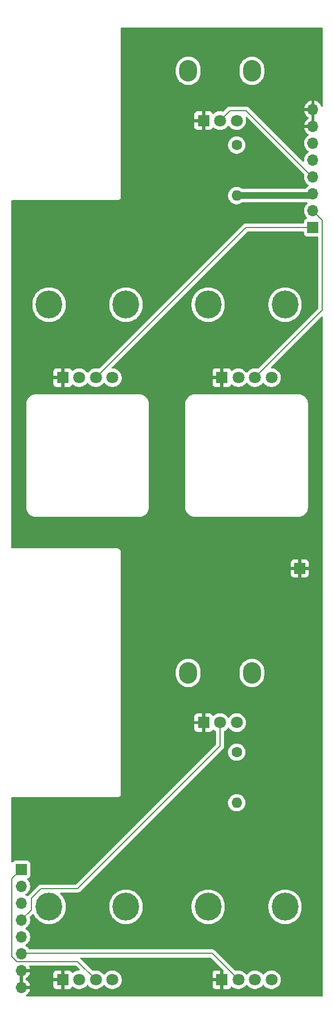
<source format=gtl>
%TF.GenerationSoftware,KiCad,Pcbnew,9.0.0*%
%TF.CreationDate,2025-03-16T11:52:38+01:00*%
%TF.ProjectId,DMH_Transistor_VCA_PCB_Conn,444d485f-5472-4616-9e73-6973746f725f,1*%
%TF.SameCoordinates,Original*%
%TF.FileFunction,Copper,L1,Top*%
%TF.FilePolarity,Positive*%
%FSLAX46Y46*%
G04 Gerber Fmt 4.6, Leading zero omitted, Abs format (unit mm)*
G04 Created by KiCad (PCBNEW 9.0.0) date 2025-03-16 11:52:38*
%MOMM*%
%LPD*%
G01*
G04 APERTURE LIST*
%TA.AperFunction,ComponentPad*%
%ADD10C,1.600000*%
%TD*%
%TA.AperFunction,ComponentPad*%
%ADD11O,1.600000X1.600000*%
%TD*%
%TA.AperFunction,ComponentPad*%
%ADD12O,4.000000X4.200000*%
%TD*%
%TA.AperFunction,ComponentPad*%
%ADD13C,1.800000*%
%TD*%
%TA.AperFunction,ComponentPad*%
%ADD14R,1.800000X1.800000*%
%TD*%
%TA.AperFunction,ComponentPad*%
%ADD15R,1.700000X1.700000*%
%TD*%
%TA.AperFunction,ComponentPad*%
%ADD16O,2.720000X3.240000*%
%TD*%
%TA.AperFunction,ComponentPad*%
%ADD17O,1.700000X1.700000*%
%TD*%
%TA.AperFunction,Conductor*%
%ADD18C,0.200000*%
%TD*%
%TA.AperFunction,Conductor*%
%ADD19C,1.000000*%
%TD*%
G04 APERTURE END LIST*
D10*
%TO.P,R21,1*%
%TO.N,Net-(R21-Pad1)*%
X85500000Y-71190000D03*
D11*
%TO.P,R21,2*%
%TO.N,+12V*%
X85500000Y-78810000D03*
%TD*%
D12*
%TO.P,RV3,*%
%TO.N,*%
X81200000Y-95250000D03*
D13*
X90750000Y-106250000D03*
D12*
X92800000Y-95250000D03*
D14*
%TO.P,RV3,1,1*%
%TO.N,GND*%
X83250000Y-106250000D03*
D13*
%TO.P,RV3,2,2*%
%TO.N,/Inputs and Outputs/CV 2 A Pot*%
X85750000Y-106250000D03*
%TO.P,RV3,3,3*%
%TO.N,/Inputs and Outputs/CV 2 A Jack*%
X88250000Y-106250000D03*
%TD*%
D12*
%TO.P,RV2,*%
%TO.N,*%
X57200000Y-95250000D03*
D13*
X66750000Y-106250000D03*
D12*
X68800000Y-95250000D03*
D14*
%TO.P,RV2,1,1*%
%TO.N,GND*%
X59250000Y-106250000D03*
D13*
%TO.P,RV2,2,2*%
%TO.N,/Inputs and Outputs/CV 1 A Pot*%
X61750000Y-106250000D03*
%TO.P,RV2,3,3*%
%TO.N,/Inputs and Outputs/CV 1 A Jack*%
X64250000Y-106250000D03*
%TD*%
D15*
%TO.P,J0,1,Pin_1*%
%TO.N,GND*%
X95000000Y-135000000D03*
%TD*%
D12*
%TO.P,RV5,*%
%TO.N,*%
X57200000Y-186000000D03*
D13*
X66750000Y-197000000D03*
D12*
X68800000Y-186000000D03*
D14*
%TO.P,RV5,1,1*%
%TO.N,GND*%
X59250000Y-197000000D03*
D13*
%TO.P,RV5,2,2*%
%TO.N,/Inputs and Outputs/CV 1 B Pot*%
X61750000Y-197000000D03*
%TO.P,RV5,3,3*%
%TO.N,/Inputs and Outputs/CV 1 B Jack*%
X64250000Y-197000000D03*
%TD*%
D10*
%TO.P,R40,1*%
%TO.N,Net-(R40-Pad1)*%
X85500000Y-162690000D03*
D11*
%TO.P,R40,2*%
%TO.N,+12V*%
X85500000Y-170310000D03*
%TD*%
D16*
%TO.P,RV4,*%
%TO.N,*%
X78200000Y-150750000D03*
X87800000Y-150750000D03*
D14*
%TO.P,RV4,1,1*%
%TO.N,GND*%
X80500000Y-158250000D03*
D13*
%TO.P,RV4,2,2*%
%TO.N,/Inputs and Outputs/Offset B Pot*%
X83000000Y-158250000D03*
%TO.P,RV4,3,3*%
%TO.N,Net-(R40-Pad1)*%
X85500000Y-158250000D03*
%TD*%
D12*
%TO.P,RV6,*%
%TO.N,*%
X81200000Y-186000000D03*
D13*
X90750000Y-197000000D03*
D12*
X92800000Y-186000000D03*
D14*
%TO.P,RV6,1,1*%
%TO.N,GND*%
X83250000Y-197000000D03*
D13*
%TO.P,RV6,2,2*%
%TO.N,/Inputs and Outputs/CV 2 B Pot*%
X85750000Y-197000000D03*
%TO.P,RV6,3,3*%
%TO.N,/Inputs and Outputs/CV 2 B Jack*%
X88250000Y-197000000D03*
%TD*%
D16*
%TO.P,RV1,*%
%TO.N,*%
X78200000Y-60000000D03*
X87800000Y-60000000D03*
D14*
%TO.P,RV1,1,1*%
%TO.N,GND*%
X80500000Y-67500000D03*
D13*
%TO.P,RV1,2,2*%
%TO.N,/Inputs and Outputs/Offset A Pot*%
X83000000Y-67500000D03*
%TO.P,RV1,3,3*%
%TO.N,Net-(R21-Pad1)*%
X85500000Y-67500000D03*
%TD*%
D15*
%TO.P,J60,1,Pin_1*%
%TO.N,/Inputs and Outputs/CV 1 B Jack*%
X53000000Y-180375000D03*
D17*
%TO.P,J60,2,Pin_2*%
%TO.N,/Inputs and Outputs/CV 2 B Jack*%
X53000000Y-182915000D03*
%TO.P,J60,3,Pin_3*%
%TO.N,+12V*%
X53000000Y-185455000D03*
%TO.P,J60,4,Pin_4*%
%TO.N,/Inputs and Outputs/Offset B Pot*%
X53000000Y-187995000D03*
%TO.P,J60,5,Pin_5*%
%TO.N,/Inputs and Outputs/CV 1 B Pot*%
X53000000Y-190535000D03*
%TO.P,J60,6,Pin_6*%
%TO.N,/Inputs and Outputs/CV 2 B Pot*%
X53000000Y-193075000D03*
%TO.P,J60,7,Pin_7*%
%TO.N,GND*%
X53000000Y-195615000D03*
%TO.P,J60,8,Pin_8*%
X53000000Y-198155000D03*
%TD*%
D15*
%TO.P,J50,1,Pin_1*%
%TO.N,/Inputs and Outputs/CV 1 A Jack*%
X97000000Y-83620000D03*
D17*
%TO.P,J50,2,Pin_2*%
%TO.N,/Inputs and Outputs/CV 2 A Jack*%
X97000000Y-81080000D03*
%TO.P,J50,3,Pin_3*%
%TO.N,+12V*%
X97000000Y-78540000D03*
%TO.P,J50,4,Pin_4*%
%TO.N,/Inputs and Outputs/Offset A Pot*%
X97000000Y-76000000D03*
%TO.P,J50,5,Pin_5*%
%TO.N,/Inputs and Outputs/CV 1 A Pot*%
X97000000Y-73460000D03*
%TO.P,J50,6,Pin_6*%
%TO.N,/Inputs and Outputs/CV 2 A Pot*%
X97000000Y-70920000D03*
%TO.P,J50,7,Pin_7*%
%TO.N,GND*%
X97000000Y-68380000D03*
%TO.P,J50,8,Pin_8*%
X97000000Y-65840000D03*
%TD*%
D18*
%TO.N,/Inputs and Outputs/CV 1 A Jack*%
X86880000Y-83620000D02*
X97000000Y-83620000D01*
X64250000Y-106250000D02*
X86880000Y-83620000D01*
%TO.N,/Inputs and Outputs/CV 2 A Jack*%
X98400000Y-82480000D02*
X98400000Y-96100000D01*
X97000000Y-81080000D02*
X98400000Y-82480000D01*
X98400000Y-96100000D02*
X88250000Y-106250000D01*
%TO.N,/Inputs and Outputs/CV 1 B Jack*%
X53000000Y-180375000D02*
X51600000Y-181775000D01*
X61500000Y-194250000D02*
X64250000Y-197000000D01*
X52308654Y-194250000D02*
X61500000Y-194250000D01*
X51600000Y-181775000D02*
X51600000Y-193541346D01*
X51600000Y-193541346D02*
X52308654Y-194250000D01*
%TO.N,/Inputs and Outputs/Offset A Pot*%
X84500000Y-66000000D02*
X86920000Y-66000000D01*
X83000000Y-67500000D02*
X84500000Y-66000000D01*
X86920000Y-66000000D02*
X97000000Y-76080000D01*
%TO.N,/Inputs and Outputs/Offset B Pot*%
X83000000Y-161750000D02*
X61500000Y-183250000D01*
X54500000Y-184750000D02*
X54500000Y-186465000D01*
X83000000Y-158250000D02*
X83000000Y-161750000D01*
X56000000Y-183250000D02*
X54500000Y-184750000D01*
X61500000Y-183250000D02*
X56000000Y-183250000D01*
X54500000Y-186465000D02*
X53000000Y-187965000D01*
%TO.N,/Inputs and Outputs/CV 2 B Pot*%
X81795000Y-193045000D02*
X85750000Y-197000000D01*
X53000000Y-193045000D02*
X81795000Y-193045000D01*
D19*
%TO.N,+12V*%
X85500000Y-78810000D02*
X96810000Y-78810000D01*
%TD*%
%TA.AperFunction,Conductor*%
%TO.N,GND*%
G36*
X98442539Y-53520185D02*
G01*
X98488294Y-53572989D01*
X98499500Y-53624500D01*
X98499500Y-65303388D01*
X98479815Y-65370427D01*
X98427011Y-65416182D01*
X98357853Y-65426126D01*
X98294297Y-65397101D01*
X98257569Y-65341706D01*
X98251095Y-65321782D01*
X98154620Y-65132442D01*
X98029727Y-64960540D01*
X98029723Y-64960535D01*
X97879464Y-64810276D01*
X97879459Y-64810272D01*
X97707557Y-64685379D01*
X97518215Y-64588903D01*
X97316124Y-64523241D01*
X97250000Y-64512768D01*
X97250000Y-65406988D01*
X97192993Y-65374075D01*
X97065826Y-65340000D01*
X96934174Y-65340000D01*
X96807007Y-65374075D01*
X96750000Y-65406988D01*
X96750000Y-64512768D01*
X96749999Y-64512768D01*
X96683875Y-64523241D01*
X96481784Y-64588903D01*
X96292442Y-64685379D01*
X96120540Y-64810272D01*
X96120535Y-64810276D01*
X95970276Y-64960535D01*
X95970272Y-64960540D01*
X95845379Y-65132442D01*
X95748904Y-65321782D01*
X95683242Y-65523870D01*
X95683242Y-65523873D01*
X95672769Y-65590000D01*
X96566988Y-65590000D01*
X96534075Y-65647007D01*
X96500000Y-65774174D01*
X96500000Y-65905826D01*
X96534075Y-66032993D01*
X96566988Y-66090000D01*
X95672769Y-66090000D01*
X95683242Y-66156126D01*
X95683242Y-66156129D01*
X95748904Y-66358217D01*
X95845379Y-66547557D01*
X95970272Y-66719459D01*
X95970276Y-66719464D01*
X96120535Y-66869723D01*
X96120540Y-66869727D01*
X96292444Y-66994622D01*
X96302048Y-66999516D01*
X96352844Y-67047491D01*
X96369638Y-67115312D01*
X96347100Y-67181447D01*
X96302048Y-67220484D01*
X96292444Y-67225377D01*
X96120540Y-67350272D01*
X96120535Y-67350276D01*
X95970276Y-67500535D01*
X95970272Y-67500540D01*
X95845379Y-67672442D01*
X95748904Y-67861782D01*
X95683242Y-68063870D01*
X95683242Y-68063873D01*
X95672769Y-68130000D01*
X96566988Y-68130000D01*
X96534075Y-68187007D01*
X96500000Y-68314174D01*
X96500000Y-68445826D01*
X96534075Y-68572993D01*
X96566988Y-68630000D01*
X95672769Y-68630000D01*
X95683242Y-68696126D01*
X95683242Y-68696129D01*
X95748904Y-68898217D01*
X95845379Y-69087557D01*
X95970272Y-69259459D01*
X95970276Y-69259464D01*
X96120535Y-69409723D01*
X96120540Y-69409727D01*
X96292444Y-69534622D01*
X96301495Y-69539234D01*
X96352292Y-69587208D01*
X96369087Y-69655029D01*
X96346550Y-69721164D01*
X96301499Y-69760202D01*
X96292182Y-69764949D01*
X96120213Y-69889890D01*
X95969890Y-70040213D01*
X95844951Y-70212179D01*
X95748444Y-70401585D01*
X95682753Y-70603760D01*
X95649500Y-70813713D01*
X95649500Y-71026287D01*
X95682754Y-71236243D01*
X95734075Y-71394193D01*
X95748444Y-71438414D01*
X95844951Y-71627820D01*
X95969890Y-71799786D01*
X96120213Y-71950109D01*
X96292182Y-72075050D01*
X96300946Y-72079516D01*
X96351742Y-72127491D01*
X96368536Y-72195312D01*
X96345998Y-72261447D01*
X96300946Y-72300484D01*
X96292182Y-72304949D01*
X96120213Y-72429890D01*
X95969890Y-72580213D01*
X95844951Y-72752179D01*
X95748444Y-72941585D01*
X95682753Y-73143760D01*
X95649500Y-73353713D01*
X95649500Y-73566287D01*
X95649882Y-73571138D01*
X95647748Y-73571305D01*
X95639914Y-73631753D01*
X95594898Y-73685189D01*
X95528139Y-73705804D01*
X95460832Y-73687054D01*
X95438733Y-73669497D01*
X91690758Y-69921522D01*
X87407589Y-65638354D01*
X87407588Y-65638352D01*
X87288717Y-65519481D01*
X87288716Y-65519480D01*
X87201904Y-65469360D01*
X87201904Y-65469359D01*
X87201900Y-65469358D01*
X87151785Y-65440423D01*
X86999057Y-65399499D01*
X86840943Y-65399499D01*
X86833347Y-65399499D01*
X86833331Y-65399500D01*
X84420940Y-65399500D01*
X84380019Y-65410464D01*
X84380019Y-65410465D01*
X84342751Y-65420451D01*
X84268214Y-65440423D01*
X84268209Y-65440426D01*
X84131290Y-65519475D01*
X84131282Y-65519481D01*
X84019478Y-65631286D01*
X83524202Y-66126561D01*
X83462879Y-66160046D01*
X83398203Y-66156811D01*
X83348363Y-66140617D01*
X83327952Y-66133985D01*
X83219086Y-66116742D01*
X83110222Y-66099500D01*
X82889778Y-66099500D01*
X82817201Y-66110995D01*
X82672047Y-66133985D01*
X82462396Y-66202103D01*
X82462393Y-66202104D01*
X82265974Y-66302187D01*
X82087641Y-66431752D01*
X82087635Y-66431757D01*
X82066207Y-66453185D01*
X82004884Y-66486669D01*
X81935192Y-66481683D01*
X81879259Y-66439810D01*
X81862346Y-66408834D01*
X81843355Y-66357915D01*
X81843350Y-66357906D01*
X81757190Y-66242812D01*
X81757187Y-66242809D01*
X81642093Y-66156649D01*
X81642086Y-66156645D01*
X81507379Y-66106403D01*
X81507372Y-66106401D01*
X81447844Y-66100000D01*
X80750000Y-66100000D01*
X80750000Y-67066988D01*
X80692993Y-67034075D01*
X80565826Y-67000000D01*
X80434174Y-67000000D01*
X80307007Y-67034075D01*
X80250000Y-67066988D01*
X80250000Y-66100000D01*
X79552155Y-66100000D01*
X79492627Y-66106401D01*
X79492620Y-66106403D01*
X79357913Y-66156645D01*
X79357906Y-66156649D01*
X79242812Y-66242809D01*
X79242809Y-66242812D01*
X79156649Y-66357906D01*
X79156645Y-66357913D01*
X79106403Y-66492620D01*
X79106401Y-66492627D01*
X79100000Y-66552155D01*
X79100000Y-67250000D01*
X80066988Y-67250000D01*
X80034075Y-67307007D01*
X80000000Y-67434174D01*
X80000000Y-67565826D01*
X80034075Y-67692993D01*
X80066988Y-67750000D01*
X79100000Y-67750000D01*
X79100000Y-68447844D01*
X79106401Y-68507372D01*
X79106403Y-68507379D01*
X79156645Y-68642086D01*
X79156649Y-68642093D01*
X79242809Y-68757187D01*
X79242812Y-68757190D01*
X79357906Y-68843350D01*
X79357913Y-68843354D01*
X79492620Y-68893596D01*
X79492627Y-68893598D01*
X79552155Y-68899999D01*
X79552172Y-68900000D01*
X80250000Y-68900000D01*
X80250000Y-67933012D01*
X80307007Y-67965925D01*
X80434174Y-68000000D01*
X80565826Y-68000000D01*
X80692993Y-67965925D01*
X80750000Y-67933012D01*
X80750000Y-68900000D01*
X81447828Y-68900000D01*
X81447844Y-68899999D01*
X81507372Y-68893598D01*
X81507379Y-68893596D01*
X81642086Y-68843354D01*
X81642093Y-68843350D01*
X81757187Y-68757190D01*
X81757190Y-68757187D01*
X81843350Y-68642093D01*
X81843353Y-68642088D01*
X81862345Y-68591166D01*
X81904215Y-68535232D01*
X81969679Y-68510813D01*
X82037952Y-68525663D01*
X82066209Y-68546816D01*
X82087636Y-68568243D01*
X82087641Y-68568247D01*
X82243192Y-68681260D01*
X82265978Y-68697815D01*
X82382501Y-68757187D01*
X82462393Y-68797895D01*
X82462396Y-68797896D01*
X82532329Y-68820618D01*
X82672049Y-68866015D01*
X82889778Y-68900500D01*
X82889779Y-68900500D01*
X83110221Y-68900500D01*
X83110222Y-68900500D01*
X83327951Y-68866015D01*
X83537606Y-68797895D01*
X83734022Y-68697815D01*
X83912365Y-68568242D01*
X84068242Y-68412365D01*
X84149682Y-68300270D01*
X84205011Y-68257606D01*
X84274624Y-68251627D01*
X84336420Y-68284232D01*
X84350313Y-68300265D01*
X84400102Y-68368794D01*
X84431758Y-68412365D01*
X84587636Y-68568243D01*
X84587641Y-68568247D01*
X84743192Y-68681260D01*
X84765978Y-68697815D01*
X84882501Y-68757187D01*
X84962393Y-68797895D01*
X84962396Y-68797896D01*
X85032329Y-68820618D01*
X85172049Y-68866015D01*
X85389778Y-68900500D01*
X85389779Y-68900500D01*
X85610221Y-68900500D01*
X85610222Y-68900500D01*
X85827951Y-68866015D01*
X86037606Y-68797895D01*
X86234022Y-68697815D01*
X86412365Y-68568242D01*
X86568242Y-68412365D01*
X86697815Y-68234022D01*
X86797895Y-68037606D01*
X86866015Y-67827951D01*
X86900500Y-67610222D01*
X86900500Y-67389778D01*
X86866015Y-67172049D01*
X86844265Y-67105111D01*
X86842271Y-67035271D01*
X86878351Y-66975438D01*
X86941052Y-66944610D01*
X87010466Y-66952575D01*
X87049878Y-66979113D01*
X95647890Y-75577125D01*
X95681375Y-75638448D01*
X95682682Y-75684203D01*
X95649500Y-75893712D01*
X95649500Y-75893713D01*
X95649500Y-76106287D01*
X95682754Y-76316243D01*
X95734075Y-76474193D01*
X95748444Y-76518414D01*
X95844951Y-76707820D01*
X95969890Y-76879786D01*
X96120213Y-77030109D01*
X96292182Y-77155050D01*
X96300946Y-77159516D01*
X96351742Y-77207491D01*
X96368536Y-77275312D01*
X96345998Y-77341447D01*
X96300946Y-77380484D01*
X96292182Y-77384949D01*
X96120213Y-77509890D01*
X95969892Y-77660211D01*
X95898568Y-77758384D01*
X95843238Y-77801051D01*
X95798249Y-77809500D01*
X86375762Y-77809500D01*
X86308723Y-77789815D01*
X86302877Y-77785818D01*
X86181613Y-77697715D01*
X86181612Y-77697714D01*
X86181610Y-77697713D01*
X86108012Y-77660213D01*
X85999223Y-77604781D01*
X85804534Y-77541522D01*
X85629995Y-77513878D01*
X85602352Y-77509500D01*
X85397648Y-77509500D01*
X85373329Y-77513351D01*
X85195465Y-77541522D01*
X85000776Y-77604781D01*
X84818386Y-77697715D01*
X84652786Y-77818028D01*
X84508028Y-77962786D01*
X84387715Y-78128386D01*
X84294781Y-78310776D01*
X84231522Y-78505465D01*
X84199500Y-78707648D01*
X84199500Y-78912351D01*
X84231522Y-79114534D01*
X84294781Y-79309223D01*
X84341290Y-79400500D01*
X84374863Y-79466391D01*
X84387715Y-79491613D01*
X84508028Y-79657213D01*
X84652786Y-79801971D01*
X84807749Y-79914556D01*
X84818390Y-79922287D01*
X84934607Y-79981503D01*
X85000776Y-80015218D01*
X85000778Y-80015218D01*
X85000781Y-80015220D01*
X85061101Y-80034819D01*
X85195465Y-80078477D01*
X85296557Y-80094488D01*
X85397648Y-80110500D01*
X85397649Y-80110500D01*
X85602351Y-80110500D01*
X85602352Y-80110500D01*
X85804534Y-80078477D01*
X85999219Y-80015220D01*
X86181610Y-79922287D01*
X86302877Y-79834181D01*
X86368683Y-79810702D01*
X86375762Y-79810500D01*
X96068075Y-79810500D01*
X96135114Y-79830185D01*
X96180869Y-79882989D01*
X96190813Y-79952147D01*
X96161788Y-80015703D01*
X96140960Y-80034819D01*
X96120207Y-80049896D01*
X95969890Y-80200213D01*
X95844951Y-80372179D01*
X95748444Y-80561585D01*
X95682753Y-80763760D01*
X95649500Y-80973713D01*
X95649500Y-81186286D01*
X95682753Y-81396239D01*
X95748444Y-81598414D01*
X95844951Y-81787820D01*
X95969890Y-81959786D01*
X96083430Y-82073326D01*
X96116915Y-82134649D01*
X96111931Y-82204341D01*
X96070059Y-82260274D01*
X96039083Y-82277189D01*
X95907669Y-82326203D01*
X95907664Y-82326206D01*
X95792455Y-82412452D01*
X95792452Y-82412455D01*
X95706206Y-82527664D01*
X95706202Y-82527671D01*
X95655908Y-82662517D01*
X95649501Y-82722116D01*
X95649500Y-82722135D01*
X95649500Y-82895500D01*
X95629815Y-82962539D01*
X95577011Y-83008294D01*
X95525500Y-83019500D01*
X86966669Y-83019500D01*
X86966653Y-83019499D01*
X86959057Y-83019499D01*
X86800943Y-83019499D01*
X86693587Y-83048265D01*
X86648210Y-83060424D01*
X86648209Y-83060425D01*
X86598096Y-83089359D01*
X86598095Y-83089360D01*
X86554689Y-83114420D01*
X86511285Y-83139479D01*
X86511282Y-83139481D01*
X86399478Y-83251286D01*
X64774202Y-104876561D01*
X64712879Y-104910046D01*
X64648203Y-104906811D01*
X64623584Y-104898812D01*
X64577952Y-104883985D01*
X64469086Y-104866742D01*
X64360222Y-104849500D01*
X64139778Y-104849500D01*
X64067201Y-104860995D01*
X63922047Y-104883985D01*
X63712396Y-104952103D01*
X63712393Y-104952104D01*
X63515974Y-105052187D01*
X63337641Y-105181752D01*
X63337636Y-105181756D01*
X63181756Y-105337636D01*
X63181752Y-105337641D01*
X63100318Y-105449727D01*
X63044989Y-105492393D01*
X62975375Y-105498372D01*
X62913580Y-105465767D01*
X62899682Y-105449727D01*
X62818247Y-105337641D01*
X62818243Y-105337636D01*
X62662363Y-105181756D01*
X62662358Y-105181752D01*
X62484025Y-105052187D01*
X62484024Y-105052186D01*
X62484022Y-105052185D01*
X62421096Y-105020122D01*
X62287606Y-104952104D01*
X62287603Y-104952103D01*
X62077952Y-104883985D01*
X61969086Y-104866742D01*
X61860222Y-104849500D01*
X61639778Y-104849500D01*
X61567201Y-104860995D01*
X61422047Y-104883985D01*
X61212396Y-104952103D01*
X61212393Y-104952104D01*
X61015974Y-105052187D01*
X60837641Y-105181752D01*
X60837635Y-105181757D01*
X60816207Y-105203185D01*
X60754884Y-105236669D01*
X60685192Y-105231683D01*
X60629259Y-105189810D01*
X60612346Y-105158834D01*
X60593355Y-105107915D01*
X60593350Y-105107906D01*
X60507190Y-104992812D01*
X60507187Y-104992809D01*
X60392093Y-104906649D01*
X60392086Y-104906645D01*
X60257379Y-104856403D01*
X60257372Y-104856401D01*
X60197844Y-104850000D01*
X59500000Y-104850000D01*
X59500000Y-105816988D01*
X59442993Y-105784075D01*
X59315826Y-105750000D01*
X59184174Y-105750000D01*
X59057007Y-105784075D01*
X59000000Y-105816988D01*
X59000000Y-104850000D01*
X58302155Y-104850000D01*
X58242627Y-104856401D01*
X58242620Y-104856403D01*
X58107913Y-104906645D01*
X58107906Y-104906649D01*
X57992812Y-104992809D01*
X57992809Y-104992812D01*
X57906649Y-105107906D01*
X57906645Y-105107913D01*
X57856403Y-105242620D01*
X57856401Y-105242627D01*
X57850000Y-105302155D01*
X57850000Y-106000000D01*
X58816988Y-106000000D01*
X58784075Y-106057007D01*
X58750000Y-106184174D01*
X58750000Y-106315826D01*
X58784075Y-106442993D01*
X58816988Y-106500000D01*
X57850000Y-106500000D01*
X57850000Y-107197844D01*
X57856401Y-107257372D01*
X57856403Y-107257379D01*
X57906645Y-107392086D01*
X57906649Y-107392093D01*
X57992809Y-107507187D01*
X57992812Y-107507190D01*
X58107906Y-107593350D01*
X58107913Y-107593354D01*
X58242620Y-107643596D01*
X58242627Y-107643598D01*
X58302155Y-107649999D01*
X58302172Y-107650000D01*
X59000000Y-107650000D01*
X59000000Y-106683012D01*
X59057007Y-106715925D01*
X59184174Y-106750000D01*
X59315826Y-106750000D01*
X59442993Y-106715925D01*
X59500000Y-106683012D01*
X59500000Y-107650000D01*
X60197828Y-107650000D01*
X60197844Y-107649999D01*
X60257372Y-107643598D01*
X60257379Y-107643596D01*
X60392086Y-107593354D01*
X60392093Y-107593350D01*
X60507187Y-107507190D01*
X60507190Y-107507187D01*
X60593350Y-107392093D01*
X60593353Y-107392088D01*
X60612345Y-107341166D01*
X60654215Y-107285232D01*
X60719679Y-107260813D01*
X60787952Y-107275663D01*
X60816209Y-107296816D01*
X60837636Y-107318243D01*
X60837641Y-107318247D01*
X60993192Y-107431260D01*
X61015978Y-107447815D01*
X61132501Y-107507187D01*
X61212393Y-107547895D01*
X61212396Y-107547896D01*
X61317221Y-107581955D01*
X61422049Y-107616015D01*
X61639778Y-107650500D01*
X61639779Y-107650500D01*
X61860221Y-107650500D01*
X61860222Y-107650500D01*
X62077951Y-107616015D01*
X62287606Y-107547895D01*
X62484022Y-107447815D01*
X62662365Y-107318242D01*
X62818242Y-107162365D01*
X62899682Y-107050270D01*
X62955011Y-107007606D01*
X63024624Y-107001627D01*
X63086420Y-107034232D01*
X63100313Y-107050265D01*
X63181753Y-107162358D01*
X63181758Y-107162365D01*
X63337636Y-107318243D01*
X63337641Y-107318247D01*
X63493192Y-107431260D01*
X63515978Y-107447815D01*
X63632501Y-107507187D01*
X63712393Y-107547895D01*
X63712396Y-107547896D01*
X63817221Y-107581955D01*
X63922049Y-107616015D01*
X64139778Y-107650500D01*
X64139779Y-107650500D01*
X64360221Y-107650500D01*
X64360222Y-107650500D01*
X64577951Y-107616015D01*
X64787606Y-107547895D01*
X64984022Y-107447815D01*
X65162365Y-107318242D01*
X65318242Y-107162365D01*
X65399682Y-107050270D01*
X65455011Y-107007606D01*
X65524624Y-107001627D01*
X65586420Y-107034232D01*
X65600313Y-107050265D01*
X65681753Y-107162358D01*
X65681758Y-107162365D01*
X65837636Y-107318243D01*
X65837641Y-107318247D01*
X65993192Y-107431260D01*
X66015978Y-107447815D01*
X66132501Y-107507187D01*
X66212393Y-107547895D01*
X66212396Y-107547896D01*
X66317221Y-107581955D01*
X66422049Y-107616015D01*
X66639778Y-107650500D01*
X66639779Y-107650500D01*
X66860221Y-107650500D01*
X66860222Y-107650500D01*
X67077951Y-107616015D01*
X67287606Y-107547895D01*
X67484022Y-107447815D01*
X67662365Y-107318242D01*
X67818242Y-107162365D01*
X67947815Y-106984022D01*
X68047895Y-106787606D01*
X68116015Y-106577951D01*
X68131808Y-106478233D01*
X68139569Y-106429240D01*
X68139569Y-106429239D01*
X68150500Y-106360222D01*
X68150500Y-106139778D01*
X68119332Y-105942993D01*
X68116015Y-105922049D01*
X68047895Y-105712394D01*
X68047895Y-105712393D01*
X67947815Y-105515978D01*
X67843018Y-105371736D01*
X67843017Y-105371735D01*
X67818243Y-105337636D01*
X67662363Y-105181756D01*
X67662358Y-105181752D01*
X67484025Y-105052187D01*
X67484024Y-105052186D01*
X67484022Y-105052185D01*
X67421096Y-105020122D01*
X67287606Y-104952104D01*
X67287603Y-104952103D01*
X67077952Y-104883985D01*
X66969086Y-104866742D01*
X66860222Y-104849500D01*
X66799096Y-104849500D01*
X66732057Y-104829815D01*
X66686302Y-104777011D01*
X66676358Y-104707853D01*
X66705383Y-104644297D01*
X66711415Y-104637819D01*
X76339666Y-95009568D01*
X78699500Y-95009568D01*
X78699500Y-95490431D01*
X78730942Y-95769494D01*
X78730945Y-95769512D01*
X78793439Y-96043317D01*
X78793443Y-96043329D01*
X78886200Y-96308411D01*
X79008053Y-96561442D01*
X79008055Y-96561445D01*
X79157477Y-96799248D01*
X79332584Y-97018825D01*
X79531175Y-97217416D01*
X79750752Y-97392523D01*
X79988555Y-97541945D01*
X80241592Y-97663801D01*
X80440680Y-97733465D01*
X80506670Y-97756556D01*
X80506682Y-97756560D01*
X80780491Y-97819055D01*
X80780497Y-97819055D01*
X80780505Y-97819057D01*
X80966547Y-97840018D01*
X81059569Y-97850499D01*
X81059572Y-97850500D01*
X81059575Y-97850500D01*
X81340428Y-97850500D01*
X81340429Y-97850499D01*
X81483055Y-97834429D01*
X81619494Y-97819057D01*
X81619499Y-97819056D01*
X81619509Y-97819055D01*
X81893318Y-97756560D01*
X82158408Y-97663801D01*
X82411445Y-97541945D01*
X82649248Y-97392523D01*
X82868825Y-97217416D01*
X83067416Y-97018825D01*
X83242523Y-96799248D01*
X83391945Y-96561445D01*
X83513801Y-96308408D01*
X83606560Y-96043318D01*
X83669055Y-95769509D01*
X83700500Y-95490425D01*
X83700500Y-95009575D01*
X83700499Y-95009568D01*
X90299500Y-95009568D01*
X90299500Y-95490431D01*
X90330942Y-95769494D01*
X90330945Y-95769512D01*
X90393439Y-96043317D01*
X90393443Y-96043329D01*
X90486200Y-96308411D01*
X90608053Y-96561442D01*
X90608055Y-96561445D01*
X90757477Y-96799248D01*
X90932584Y-97018825D01*
X91131175Y-97217416D01*
X91350752Y-97392523D01*
X91588555Y-97541945D01*
X91841592Y-97663801D01*
X92040680Y-97733465D01*
X92106670Y-97756556D01*
X92106682Y-97756560D01*
X92380491Y-97819055D01*
X92380497Y-97819055D01*
X92380505Y-97819057D01*
X92566547Y-97840018D01*
X92659569Y-97850499D01*
X92659572Y-97850500D01*
X92659575Y-97850500D01*
X92940428Y-97850500D01*
X92940429Y-97850499D01*
X93083055Y-97834429D01*
X93219494Y-97819057D01*
X93219499Y-97819056D01*
X93219509Y-97819055D01*
X93493318Y-97756560D01*
X93758408Y-97663801D01*
X94011445Y-97541945D01*
X94249248Y-97392523D01*
X94468825Y-97217416D01*
X94667416Y-97018825D01*
X94842523Y-96799248D01*
X94991945Y-96561445D01*
X95113801Y-96308408D01*
X95206560Y-96043318D01*
X95269055Y-95769509D01*
X95300500Y-95490425D01*
X95300500Y-95009575D01*
X95269055Y-94730491D01*
X95206560Y-94456682D01*
X95113801Y-94191592D01*
X94991945Y-93938555D01*
X94842523Y-93700752D01*
X94667416Y-93481175D01*
X94468825Y-93282584D01*
X94249248Y-93107477D01*
X94011445Y-92958055D01*
X94011442Y-92958053D01*
X93758411Y-92836200D01*
X93493329Y-92743443D01*
X93493317Y-92743439D01*
X93219512Y-92680945D01*
X93219494Y-92680942D01*
X92940431Y-92649500D01*
X92940425Y-92649500D01*
X92659575Y-92649500D01*
X92659568Y-92649500D01*
X92380505Y-92680942D01*
X92380487Y-92680945D01*
X92106682Y-92743439D01*
X92106670Y-92743443D01*
X91841588Y-92836200D01*
X91588557Y-92958053D01*
X91350753Y-93107476D01*
X91131175Y-93282583D01*
X90932583Y-93481175D01*
X90757476Y-93700753D01*
X90608053Y-93938557D01*
X90486200Y-94191588D01*
X90393443Y-94456670D01*
X90393439Y-94456682D01*
X90330945Y-94730487D01*
X90330942Y-94730505D01*
X90299500Y-95009568D01*
X83700499Y-95009568D01*
X83669055Y-94730491D01*
X83606560Y-94456682D01*
X83513801Y-94191592D01*
X83391945Y-93938555D01*
X83242523Y-93700752D01*
X83067416Y-93481175D01*
X82868825Y-93282584D01*
X82649248Y-93107477D01*
X82411445Y-92958055D01*
X82411442Y-92958053D01*
X82158411Y-92836200D01*
X81893329Y-92743443D01*
X81893317Y-92743439D01*
X81619512Y-92680945D01*
X81619494Y-92680942D01*
X81340431Y-92649500D01*
X81340425Y-92649500D01*
X81059575Y-92649500D01*
X81059568Y-92649500D01*
X80780505Y-92680942D01*
X80780487Y-92680945D01*
X80506682Y-92743439D01*
X80506670Y-92743443D01*
X80241588Y-92836200D01*
X79988557Y-92958053D01*
X79750753Y-93107476D01*
X79531175Y-93282583D01*
X79332583Y-93481175D01*
X79157476Y-93700753D01*
X79008053Y-93938557D01*
X78886200Y-94191588D01*
X78793443Y-94456670D01*
X78793439Y-94456682D01*
X78730945Y-94730487D01*
X78730942Y-94730505D01*
X78699500Y-95009568D01*
X76339666Y-95009568D01*
X76430819Y-94918415D01*
X76892553Y-94456682D01*
X87092416Y-84256819D01*
X87153739Y-84223334D01*
X87180097Y-84220500D01*
X95525501Y-84220500D01*
X95592540Y-84240185D01*
X95638295Y-84292989D01*
X95649501Y-84344500D01*
X95649501Y-84517876D01*
X95655908Y-84577483D01*
X95706202Y-84712328D01*
X95706206Y-84712335D01*
X95792452Y-84827544D01*
X95792455Y-84827547D01*
X95907664Y-84913793D01*
X95907671Y-84913797D01*
X96042517Y-84964091D01*
X96042516Y-84964091D01*
X96049444Y-84964835D01*
X96102127Y-84970500D01*
X97675500Y-84970499D01*
X97742539Y-84990184D01*
X97788294Y-85042987D01*
X97799500Y-85094499D01*
X97799500Y-95799902D01*
X97779815Y-95866941D01*
X97763181Y-95887583D01*
X88774202Y-104876561D01*
X88712879Y-104910046D01*
X88648203Y-104906811D01*
X88623584Y-104898812D01*
X88577952Y-104883985D01*
X88469086Y-104866742D01*
X88360222Y-104849500D01*
X88139778Y-104849500D01*
X88067201Y-104860995D01*
X87922047Y-104883985D01*
X87712396Y-104952103D01*
X87712393Y-104952104D01*
X87515974Y-105052187D01*
X87337641Y-105181752D01*
X87337636Y-105181756D01*
X87181756Y-105337636D01*
X87181752Y-105337641D01*
X87100318Y-105449727D01*
X87044989Y-105492393D01*
X86975375Y-105498372D01*
X86913580Y-105465767D01*
X86899682Y-105449727D01*
X86818247Y-105337641D01*
X86818243Y-105337636D01*
X86662363Y-105181756D01*
X86662358Y-105181752D01*
X86484025Y-105052187D01*
X86484024Y-105052186D01*
X86484022Y-105052185D01*
X86421096Y-105020122D01*
X86287606Y-104952104D01*
X86287603Y-104952103D01*
X86077952Y-104883985D01*
X85969086Y-104866742D01*
X85860222Y-104849500D01*
X85639778Y-104849500D01*
X85567201Y-104860995D01*
X85422047Y-104883985D01*
X85212396Y-104952103D01*
X85212393Y-104952104D01*
X85015974Y-105052187D01*
X84837641Y-105181752D01*
X84837635Y-105181757D01*
X84816207Y-105203185D01*
X84754884Y-105236669D01*
X84685192Y-105231683D01*
X84629259Y-105189810D01*
X84612346Y-105158834D01*
X84593355Y-105107915D01*
X84593350Y-105107906D01*
X84507190Y-104992812D01*
X84507187Y-104992809D01*
X84392093Y-104906649D01*
X84392086Y-104906645D01*
X84257379Y-104856403D01*
X84257372Y-104856401D01*
X84197844Y-104850000D01*
X83500000Y-104850000D01*
X83500000Y-105816988D01*
X83442993Y-105784075D01*
X83315826Y-105750000D01*
X83184174Y-105750000D01*
X83057007Y-105784075D01*
X83000000Y-105816988D01*
X83000000Y-104850000D01*
X82302155Y-104850000D01*
X82242627Y-104856401D01*
X82242620Y-104856403D01*
X82107913Y-104906645D01*
X82107906Y-104906649D01*
X81992812Y-104992809D01*
X81992809Y-104992812D01*
X81906649Y-105107906D01*
X81906645Y-105107913D01*
X81856403Y-105242620D01*
X81856401Y-105242627D01*
X81850000Y-105302155D01*
X81850000Y-106000000D01*
X82816988Y-106000000D01*
X82784075Y-106057007D01*
X82750000Y-106184174D01*
X82750000Y-106315826D01*
X82784075Y-106442993D01*
X82816988Y-106500000D01*
X81850000Y-106500000D01*
X81850000Y-107197844D01*
X81856401Y-107257372D01*
X81856403Y-107257379D01*
X81906645Y-107392086D01*
X81906649Y-107392093D01*
X81992809Y-107507187D01*
X81992812Y-107507190D01*
X82107906Y-107593350D01*
X82107913Y-107593354D01*
X82242620Y-107643596D01*
X82242627Y-107643598D01*
X82302155Y-107649999D01*
X82302172Y-107650000D01*
X83000000Y-107650000D01*
X83000000Y-106683012D01*
X83057007Y-106715925D01*
X83184174Y-106750000D01*
X83315826Y-106750000D01*
X83442993Y-106715925D01*
X83500000Y-106683012D01*
X83500000Y-107650000D01*
X84197828Y-107650000D01*
X84197844Y-107649999D01*
X84257372Y-107643598D01*
X84257379Y-107643596D01*
X84392086Y-107593354D01*
X84392093Y-107593350D01*
X84507187Y-107507190D01*
X84507190Y-107507187D01*
X84593350Y-107392093D01*
X84593353Y-107392088D01*
X84612345Y-107341166D01*
X84654215Y-107285232D01*
X84719679Y-107260813D01*
X84787952Y-107275663D01*
X84816209Y-107296816D01*
X84837636Y-107318243D01*
X84837641Y-107318247D01*
X84993192Y-107431260D01*
X85015978Y-107447815D01*
X85132501Y-107507187D01*
X85212393Y-107547895D01*
X85212396Y-107547896D01*
X85317221Y-107581955D01*
X85422049Y-107616015D01*
X85639778Y-107650500D01*
X85639779Y-107650500D01*
X85860221Y-107650500D01*
X85860222Y-107650500D01*
X86077951Y-107616015D01*
X86287606Y-107547895D01*
X86484022Y-107447815D01*
X86662365Y-107318242D01*
X86818242Y-107162365D01*
X86899682Y-107050270D01*
X86955011Y-107007606D01*
X87024624Y-107001627D01*
X87086420Y-107034232D01*
X87100313Y-107050265D01*
X87181753Y-107162358D01*
X87181758Y-107162365D01*
X87337636Y-107318243D01*
X87337641Y-107318247D01*
X87493192Y-107431260D01*
X87515978Y-107447815D01*
X87632501Y-107507187D01*
X87712393Y-107547895D01*
X87712396Y-107547896D01*
X87817221Y-107581955D01*
X87922049Y-107616015D01*
X88139778Y-107650500D01*
X88139779Y-107650500D01*
X88360221Y-107650500D01*
X88360222Y-107650500D01*
X88577951Y-107616015D01*
X88787606Y-107547895D01*
X88984022Y-107447815D01*
X89162365Y-107318242D01*
X89318242Y-107162365D01*
X89399682Y-107050270D01*
X89455011Y-107007606D01*
X89524624Y-107001627D01*
X89586420Y-107034232D01*
X89600313Y-107050265D01*
X89681753Y-107162358D01*
X89681758Y-107162365D01*
X89837636Y-107318243D01*
X89837641Y-107318247D01*
X89993192Y-107431260D01*
X90015978Y-107447815D01*
X90132501Y-107507187D01*
X90212393Y-107547895D01*
X90212396Y-107547896D01*
X90317221Y-107581955D01*
X90422049Y-107616015D01*
X90639778Y-107650500D01*
X90639779Y-107650500D01*
X90860221Y-107650500D01*
X90860222Y-107650500D01*
X91077951Y-107616015D01*
X91287606Y-107547895D01*
X91484022Y-107447815D01*
X91662365Y-107318242D01*
X91818242Y-107162365D01*
X91947815Y-106984022D01*
X92047895Y-106787606D01*
X92116015Y-106577951D01*
X92150500Y-106360222D01*
X92150500Y-106139778D01*
X92116015Y-105922049D01*
X92047895Y-105712394D01*
X92047895Y-105712393D01*
X92013237Y-105644375D01*
X91947815Y-105515978D01*
X91843017Y-105371735D01*
X91818247Y-105337641D01*
X91818243Y-105337636D01*
X91662363Y-105181756D01*
X91662358Y-105181752D01*
X91484025Y-105052187D01*
X91484024Y-105052186D01*
X91484022Y-105052185D01*
X91421096Y-105020122D01*
X91287606Y-104952104D01*
X91287603Y-104952103D01*
X91077952Y-104883985D01*
X90969086Y-104866742D01*
X90860222Y-104849500D01*
X90799096Y-104849500D01*
X90732057Y-104829815D01*
X90686302Y-104777011D01*
X90676358Y-104707853D01*
X90705383Y-104644297D01*
X90711415Y-104637819D01*
X98287821Y-97061413D01*
X98349142Y-97027930D01*
X98418834Y-97032914D01*
X98474767Y-97074786D01*
X98499184Y-97140250D01*
X98499500Y-97149096D01*
X98499500Y-199375500D01*
X98479815Y-199442539D01*
X98427011Y-199488294D01*
X98375500Y-199499500D01*
X53827844Y-199499500D01*
X53760805Y-199479815D01*
X53715050Y-199427011D01*
X53705106Y-199357853D01*
X53734131Y-199294297D01*
X53754959Y-199275182D01*
X53879459Y-199184727D01*
X53879464Y-199184723D01*
X54029723Y-199034464D01*
X54029727Y-199034459D01*
X54154620Y-198862557D01*
X54251095Y-198673217D01*
X54316757Y-198471129D01*
X54316757Y-198471126D01*
X54327231Y-198405000D01*
X53433012Y-198405000D01*
X53465925Y-198347993D01*
X53500000Y-198220826D01*
X53500000Y-198089174D01*
X53465925Y-197962007D01*
X53433012Y-197905000D01*
X54327231Y-197905000D01*
X54316757Y-197838873D01*
X54316757Y-197838870D01*
X54251095Y-197636782D01*
X54154620Y-197447442D01*
X54029728Y-197275541D01*
X54029722Y-197275534D01*
X53879464Y-197125276D01*
X53879459Y-197125272D01*
X53707558Y-197000379D01*
X53697954Y-196995486D01*
X53647157Y-196947512D01*
X53630361Y-196879692D01*
X53652897Y-196813556D01*
X53697954Y-196774514D01*
X53707558Y-196769620D01*
X53879459Y-196644727D01*
X53879464Y-196644723D01*
X54029723Y-196494464D01*
X54029727Y-196494459D01*
X54154620Y-196322557D01*
X54251095Y-196133217D01*
X54290958Y-196010533D01*
X54290958Y-196010532D01*
X54316756Y-195931133D01*
X54316757Y-195931126D01*
X54327231Y-195865000D01*
X53433012Y-195865000D01*
X53465925Y-195807993D01*
X53500000Y-195680826D01*
X53500000Y-195549174D01*
X53465925Y-195422007D01*
X53433012Y-195365000D01*
X54327231Y-195365000D01*
X54316757Y-195298873D01*
X54316757Y-195298870D01*
X54251095Y-195096782D01*
X54217473Y-195030795D01*
X54204577Y-194962126D01*
X54230853Y-194897385D01*
X54287960Y-194857128D01*
X54327958Y-194850500D01*
X61199903Y-194850500D01*
X61266942Y-194870185D01*
X61287584Y-194886819D01*
X61788584Y-195387819D01*
X61822069Y-195449142D01*
X61817085Y-195518834D01*
X61775213Y-195574767D01*
X61709749Y-195599184D01*
X61700903Y-195599500D01*
X61639778Y-195599500D01*
X61567201Y-195610995D01*
X61422047Y-195633985D01*
X61212396Y-195702103D01*
X61212393Y-195702104D01*
X61015974Y-195802187D01*
X60837641Y-195931752D01*
X60837635Y-195931757D01*
X60816207Y-195953185D01*
X60754884Y-195986669D01*
X60685192Y-195981683D01*
X60629259Y-195939810D01*
X60612346Y-195908834D01*
X60593355Y-195857915D01*
X60593350Y-195857906D01*
X60507190Y-195742812D01*
X60507187Y-195742809D01*
X60392093Y-195656649D01*
X60392086Y-195656645D01*
X60257379Y-195606403D01*
X60257372Y-195606401D01*
X60197844Y-195600000D01*
X59500000Y-195600000D01*
X59500000Y-196566988D01*
X59442993Y-196534075D01*
X59315826Y-196500000D01*
X59184174Y-196500000D01*
X59057007Y-196534075D01*
X59000000Y-196566988D01*
X59000000Y-195600000D01*
X58302155Y-195600000D01*
X58242627Y-195606401D01*
X58242620Y-195606403D01*
X58107913Y-195656645D01*
X58107906Y-195656649D01*
X57992812Y-195742809D01*
X57992809Y-195742812D01*
X57906649Y-195857906D01*
X57906645Y-195857913D01*
X57856403Y-195992620D01*
X57856401Y-195992627D01*
X57850000Y-196052155D01*
X57850000Y-196750000D01*
X58816988Y-196750000D01*
X58784075Y-196807007D01*
X58750000Y-196934174D01*
X58750000Y-197065826D01*
X58784075Y-197192993D01*
X58816988Y-197250000D01*
X57850000Y-197250000D01*
X57850000Y-197947844D01*
X57856401Y-198007372D01*
X57856403Y-198007379D01*
X57906645Y-198142086D01*
X57906649Y-198142093D01*
X57992809Y-198257187D01*
X57992812Y-198257190D01*
X58107906Y-198343350D01*
X58107913Y-198343354D01*
X58242620Y-198393596D01*
X58242627Y-198393598D01*
X58302155Y-198399999D01*
X58302172Y-198400000D01*
X59000000Y-198400000D01*
X59000000Y-197433012D01*
X59057007Y-197465925D01*
X59184174Y-197500000D01*
X59315826Y-197500000D01*
X59442993Y-197465925D01*
X59500000Y-197433012D01*
X59500000Y-198400000D01*
X60197828Y-198400000D01*
X60197844Y-198399999D01*
X60257372Y-198393598D01*
X60257379Y-198393596D01*
X60392086Y-198343354D01*
X60392093Y-198343350D01*
X60507187Y-198257190D01*
X60507190Y-198257187D01*
X60593350Y-198142093D01*
X60593353Y-198142088D01*
X60612345Y-198091166D01*
X60654215Y-198035232D01*
X60719679Y-198010813D01*
X60787952Y-198025663D01*
X60816209Y-198046816D01*
X60837636Y-198068243D01*
X60837641Y-198068247D01*
X60957048Y-198155000D01*
X61015978Y-198197815D01*
X61132501Y-198257187D01*
X61212393Y-198297895D01*
X61212396Y-198297896D01*
X61317221Y-198331955D01*
X61422049Y-198366015D01*
X61639778Y-198400500D01*
X61639779Y-198400500D01*
X61860221Y-198400500D01*
X61860222Y-198400500D01*
X62077951Y-198366015D01*
X62287606Y-198297895D01*
X62484022Y-198197815D01*
X62662365Y-198068242D01*
X62818242Y-197912365D01*
X62899682Y-197800270D01*
X62955011Y-197757606D01*
X63024624Y-197751627D01*
X63086420Y-197784232D01*
X63100313Y-197800265D01*
X63176407Y-197905000D01*
X63181758Y-197912365D01*
X63337636Y-198068243D01*
X63337641Y-198068247D01*
X63457048Y-198155000D01*
X63515978Y-198197815D01*
X63632501Y-198257187D01*
X63712393Y-198297895D01*
X63712396Y-198297896D01*
X63817221Y-198331955D01*
X63922049Y-198366015D01*
X64139778Y-198400500D01*
X64139779Y-198400500D01*
X64360221Y-198400500D01*
X64360222Y-198400500D01*
X64577951Y-198366015D01*
X64787606Y-198297895D01*
X64984022Y-198197815D01*
X65162365Y-198068242D01*
X65318242Y-197912365D01*
X65399682Y-197800270D01*
X65455011Y-197757606D01*
X65524624Y-197751627D01*
X65586420Y-197784232D01*
X65600313Y-197800265D01*
X65676407Y-197905000D01*
X65681758Y-197912365D01*
X65837636Y-198068243D01*
X65837641Y-198068247D01*
X65957048Y-198155000D01*
X66015978Y-198197815D01*
X66132501Y-198257187D01*
X66212393Y-198297895D01*
X66212396Y-198297896D01*
X66317221Y-198331955D01*
X66422049Y-198366015D01*
X66639778Y-198400500D01*
X66639779Y-198400500D01*
X66860221Y-198400500D01*
X66860222Y-198400500D01*
X67077951Y-198366015D01*
X67287606Y-198297895D01*
X67484022Y-198197815D01*
X67662365Y-198068242D01*
X67818242Y-197912365D01*
X67947815Y-197734022D01*
X68047895Y-197537606D01*
X68116015Y-197327951D01*
X68131808Y-197228233D01*
X68139569Y-197179240D01*
X68139569Y-197179239D01*
X68150500Y-197110222D01*
X68150500Y-196889778D01*
X68116015Y-196672049D01*
X68058315Y-196494464D01*
X68047896Y-196462396D01*
X68047895Y-196462393D01*
X67947815Y-196265978D01*
X67843018Y-196121736D01*
X67843017Y-196121735D01*
X67818243Y-196087636D01*
X67662363Y-195931756D01*
X67662358Y-195931752D01*
X67484025Y-195802187D01*
X67484024Y-195802186D01*
X67484022Y-195802185D01*
X67421096Y-195770122D01*
X67287606Y-195702104D01*
X67287603Y-195702103D01*
X67077952Y-195633985D01*
X66958085Y-195615000D01*
X66860222Y-195599500D01*
X66639778Y-195599500D01*
X66567201Y-195610995D01*
X66422047Y-195633985D01*
X66212396Y-195702103D01*
X66212393Y-195702104D01*
X66015974Y-195802187D01*
X65837641Y-195931752D01*
X65837636Y-195931756D01*
X65681756Y-196087636D01*
X65681752Y-196087641D01*
X65600318Y-196199727D01*
X65544989Y-196242393D01*
X65475375Y-196248372D01*
X65413580Y-196215767D01*
X65399682Y-196199727D01*
X65318247Y-196087641D01*
X65318243Y-196087636D01*
X65162363Y-195931756D01*
X65162358Y-195931752D01*
X64984025Y-195802187D01*
X64984024Y-195802186D01*
X64984022Y-195802185D01*
X64921096Y-195770122D01*
X64787606Y-195702104D01*
X64787603Y-195702103D01*
X64577952Y-195633985D01*
X64458085Y-195615000D01*
X64360222Y-195599500D01*
X64139778Y-195599500D01*
X64096232Y-195606397D01*
X63922045Y-195633985D01*
X63851794Y-195656811D01*
X63781953Y-195658806D01*
X63725796Y-195626561D01*
X61987590Y-193888355D01*
X61980521Y-193881286D01*
X61980520Y-193881284D01*
X61956413Y-193857177D01*
X61922931Y-193795856D01*
X61925682Y-193757401D01*
X61927916Y-193726166D01*
X61969788Y-193670233D01*
X61969788Y-193670232D01*
X61969789Y-193670232D01*
X61999685Y-193659081D01*
X62035252Y-193645816D01*
X62044098Y-193645500D01*
X81494903Y-193645500D01*
X81561942Y-193665185D01*
X81582584Y-193681819D01*
X83463681Y-195562916D01*
X83497166Y-195624239D01*
X83500000Y-195650597D01*
X83500000Y-196566988D01*
X83442993Y-196534075D01*
X83315826Y-196500000D01*
X83184174Y-196500000D01*
X83057007Y-196534075D01*
X83000000Y-196566988D01*
X83000000Y-195600000D01*
X82302155Y-195600000D01*
X82242627Y-195606401D01*
X82242620Y-195606403D01*
X82107913Y-195656645D01*
X82107906Y-195656649D01*
X81992812Y-195742809D01*
X81992809Y-195742812D01*
X81906649Y-195857906D01*
X81906645Y-195857913D01*
X81856403Y-195992620D01*
X81856401Y-195992627D01*
X81850000Y-196052155D01*
X81850000Y-196750000D01*
X82816988Y-196750000D01*
X82784075Y-196807007D01*
X82750000Y-196934174D01*
X82750000Y-197065826D01*
X82784075Y-197192993D01*
X82816988Y-197250000D01*
X81850000Y-197250000D01*
X81850000Y-197947844D01*
X81856401Y-198007372D01*
X81856403Y-198007379D01*
X81906645Y-198142086D01*
X81906649Y-198142093D01*
X81992809Y-198257187D01*
X81992812Y-198257190D01*
X82107906Y-198343350D01*
X82107913Y-198343354D01*
X82242620Y-198393596D01*
X82242627Y-198393598D01*
X82302155Y-198399999D01*
X82302172Y-198400000D01*
X83000000Y-198400000D01*
X83000000Y-197433012D01*
X83057007Y-197465925D01*
X83184174Y-197500000D01*
X83315826Y-197500000D01*
X83442993Y-197465925D01*
X83500000Y-197433012D01*
X83500000Y-198400000D01*
X84197828Y-198400000D01*
X84197844Y-198399999D01*
X84257372Y-198393598D01*
X84257379Y-198393596D01*
X84392086Y-198343354D01*
X84392093Y-198343350D01*
X84507187Y-198257190D01*
X84507190Y-198257187D01*
X84593350Y-198142093D01*
X84593353Y-198142088D01*
X84612345Y-198091166D01*
X84654215Y-198035232D01*
X84719679Y-198010813D01*
X84787952Y-198025663D01*
X84816209Y-198046816D01*
X84837636Y-198068243D01*
X84837641Y-198068247D01*
X84957048Y-198155000D01*
X85015978Y-198197815D01*
X85132501Y-198257187D01*
X85212393Y-198297895D01*
X85212396Y-198297896D01*
X85317221Y-198331955D01*
X85422049Y-198366015D01*
X85639778Y-198400500D01*
X85639779Y-198400500D01*
X85860221Y-198400500D01*
X85860222Y-198400500D01*
X86077951Y-198366015D01*
X86287606Y-198297895D01*
X86484022Y-198197815D01*
X86662365Y-198068242D01*
X86818242Y-197912365D01*
X86899682Y-197800270D01*
X86955011Y-197757606D01*
X87024624Y-197751627D01*
X87086420Y-197784232D01*
X87100313Y-197800265D01*
X87176407Y-197905000D01*
X87181758Y-197912365D01*
X87337636Y-198068243D01*
X87337641Y-198068247D01*
X87457048Y-198155000D01*
X87515978Y-198197815D01*
X87632501Y-198257187D01*
X87712393Y-198297895D01*
X87712396Y-198297896D01*
X87817221Y-198331955D01*
X87922049Y-198366015D01*
X88139778Y-198400500D01*
X88139779Y-198400500D01*
X88360221Y-198400500D01*
X88360222Y-198400500D01*
X88577951Y-198366015D01*
X88787606Y-198297895D01*
X88984022Y-198197815D01*
X89162365Y-198068242D01*
X89318242Y-197912365D01*
X89399682Y-197800270D01*
X89455011Y-197757606D01*
X89524624Y-197751627D01*
X89586420Y-197784232D01*
X89600313Y-197800265D01*
X89676407Y-197905000D01*
X89681758Y-197912365D01*
X89837636Y-198068243D01*
X89837641Y-198068247D01*
X89957048Y-198155000D01*
X90015978Y-198197815D01*
X90132501Y-198257187D01*
X90212393Y-198297895D01*
X90212396Y-198297896D01*
X90317221Y-198331955D01*
X90422049Y-198366015D01*
X90639778Y-198400500D01*
X90639779Y-198400500D01*
X90860221Y-198400500D01*
X90860222Y-198400500D01*
X91077951Y-198366015D01*
X91287606Y-198297895D01*
X91484022Y-198197815D01*
X91662365Y-198068242D01*
X91818242Y-197912365D01*
X91947815Y-197734022D01*
X92047895Y-197537606D01*
X92116015Y-197327951D01*
X92150500Y-197110222D01*
X92150500Y-196889778D01*
X92116015Y-196672049D01*
X92058315Y-196494464D01*
X92047896Y-196462396D01*
X92047895Y-196462393D01*
X92013237Y-196394375D01*
X91947815Y-196265978D01*
X91851362Y-196133221D01*
X91818247Y-196087641D01*
X91818243Y-196087636D01*
X91662363Y-195931756D01*
X91662358Y-195931752D01*
X91484025Y-195802187D01*
X91484024Y-195802186D01*
X91484022Y-195802185D01*
X91421096Y-195770122D01*
X91287606Y-195702104D01*
X91287603Y-195702103D01*
X91077952Y-195633985D01*
X90958085Y-195615000D01*
X90860222Y-195599500D01*
X90639778Y-195599500D01*
X90567201Y-195610995D01*
X90422047Y-195633985D01*
X90212396Y-195702103D01*
X90212393Y-195702104D01*
X90015974Y-195802187D01*
X89837641Y-195931752D01*
X89837636Y-195931756D01*
X89681756Y-196087636D01*
X89681752Y-196087641D01*
X89600318Y-196199727D01*
X89544989Y-196242393D01*
X89475375Y-196248372D01*
X89413580Y-196215767D01*
X89399682Y-196199727D01*
X89318247Y-196087641D01*
X89318243Y-196087636D01*
X89162363Y-195931756D01*
X89162358Y-195931752D01*
X88984025Y-195802187D01*
X88984024Y-195802186D01*
X88984022Y-195802185D01*
X88921096Y-195770122D01*
X88787606Y-195702104D01*
X88787603Y-195702103D01*
X88577952Y-195633985D01*
X88458085Y-195615000D01*
X88360222Y-195599500D01*
X88139778Y-195599500D01*
X88067201Y-195610995D01*
X87922047Y-195633985D01*
X87712396Y-195702103D01*
X87712393Y-195702104D01*
X87515974Y-195802187D01*
X87337641Y-195931752D01*
X87337636Y-195931756D01*
X87181756Y-196087636D01*
X87181752Y-196087641D01*
X87100318Y-196199727D01*
X87044989Y-196242393D01*
X86975375Y-196248372D01*
X86913580Y-196215767D01*
X86899682Y-196199727D01*
X86818247Y-196087641D01*
X86818243Y-196087636D01*
X86662363Y-195931756D01*
X86662358Y-195931752D01*
X86484025Y-195802187D01*
X86484024Y-195802186D01*
X86484022Y-195802185D01*
X86421096Y-195770122D01*
X86287606Y-195702104D01*
X86287603Y-195702103D01*
X86077952Y-195633985D01*
X85958085Y-195615000D01*
X85860222Y-195599500D01*
X85639778Y-195599500D01*
X85596232Y-195606397D01*
X85422045Y-195633985D01*
X85351794Y-195656811D01*
X85281953Y-195658806D01*
X85225796Y-195626561D01*
X82282590Y-192683355D01*
X82282588Y-192683352D01*
X82163717Y-192564481D01*
X82163716Y-192564480D01*
X82076904Y-192514360D01*
X82076904Y-192514359D01*
X82076900Y-192514358D01*
X82026785Y-192485423D01*
X81874057Y-192444499D01*
X81715943Y-192444499D01*
X81708347Y-192444499D01*
X81708331Y-192444500D01*
X54270432Y-192444500D01*
X54203393Y-192424815D01*
X54159946Y-192376792D01*
X54155051Y-192367184D01*
X54030104Y-192195208D01*
X53879792Y-192044896D01*
X53879786Y-192044890D01*
X53707820Y-191919951D01*
X53707115Y-191919591D01*
X53699054Y-191915485D01*
X53648259Y-191867512D01*
X53631463Y-191799692D01*
X53653999Y-191733556D01*
X53699054Y-191694515D01*
X53707816Y-191690051D01*
X53729789Y-191674086D01*
X53879786Y-191565109D01*
X53879788Y-191565106D01*
X53879792Y-191565104D01*
X54030104Y-191414792D01*
X54030106Y-191414788D01*
X54030109Y-191414786D01*
X54155048Y-191242820D01*
X54155047Y-191242820D01*
X54155051Y-191242816D01*
X54251557Y-191053412D01*
X54317246Y-190851243D01*
X54350500Y-190641287D01*
X54350500Y-190428713D01*
X54317246Y-190218757D01*
X54251557Y-190016588D01*
X54155051Y-189827184D01*
X54155049Y-189827181D01*
X54155048Y-189827179D01*
X54030109Y-189655213D01*
X53879786Y-189504890D01*
X53707820Y-189379951D01*
X53707115Y-189379591D01*
X53699054Y-189375485D01*
X53648259Y-189327512D01*
X53631463Y-189259692D01*
X53653999Y-189193556D01*
X53699054Y-189154515D01*
X53707816Y-189150051D01*
X53729789Y-189134086D01*
X53879786Y-189025109D01*
X53879788Y-189025106D01*
X53879792Y-189025104D01*
X54030104Y-188874792D01*
X54030106Y-188874788D01*
X54030109Y-188874786D01*
X54155048Y-188702820D01*
X54155047Y-188702820D01*
X54155051Y-188702816D01*
X54251557Y-188513412D01*
X54317246Y-188311243D01*
X54350500Y-188101287D01*
X54350500Y-187888713D01*
X54317246Y-187678757D01*
X54296149Y-187613830D01*
X54294155Y-187543991D01*
X54326398Y-187487835D01*
X54720248Y-187093985D01*
X54781569Y-187060502D01*
X54851261Y-187065486D01*
X54907194Y-187107358D01*
X54919647Y-187127866D01*
X55008053Y-187311442D01*
X55008055Y-187311445D01*
X55157477Y-187549248D01*
X55332584Y-187768825D01*
X55531175Y-187967416D01*
X55750752Y-188142523D01*
X55988555Y-188291945D01*
X56241592Y-188413801D01*
X56440680Y-188483465D01*
X56506670Y-188506556D01*
X56506682Y-188506560D01*
X56780491Y-188569055D01*
X56780497Y-188569055D01*
X56780505Y-188569057D01*
X56966547Y-188590018D01*
X57059569Y-188600499D01*
X57059572Y-188600500D01*
X57059575Y-188600500D01*
X57340428Y-188600500D01*
X57340429Y-188600499D01*
X57483055Y-188584429D01*
X57619494Y-188569057D01*
X57619499Y-188569056D01*
X57619509Y-188569055D01*
X57893318Y-188506560D01*
X58158408Y-188413801D01*
X58411445Y-188291945D01*
X58649248Y-188142523D01*
X58868825Y-187967416D01*
X59067416Y-187768825D01*
X59242523Y-187549248D01*
X59391945Y-187311445D01*
X59513801Y-187058408D01*
X59606560Y-186793318D01*
X59669055Y-186519509D01*
X59700500Y-186240425D01*
X59700500Y-185759575D01*
X59700499Y-185759568D01*
X66299500Y-185759568D01*
X66299500Y-186240431D01*
X66330942Y-186519494D01*
X66330945Y-186519512D01*
X66393439Y-186793317D01*
X66393443Y-186793329D01*
X66486200Y-187058411D01*
X66608053Y-187311442D01*
X66608055Y-187311445D01*
X66757477Y-187549248D01*
X66932584Y-187768825D01*
X67131175Y-187967416D01*
X67350752Y-188142523D01*
X67588555Y-188291945D01*
X67841592Y-188413801D01*
X68040680Y-188483465D01*
X68106670Y-188506556D01*
X68106682Y-188506560D01*
X68380491Y-188569055D01*
X68380497Y-188569055D01*
X68380505Y-188569057D01*
X68566547Y-188590018D01*
X68659569Y-188600499D01*
X68659572Y-188600500D01*
X68659575Y-188600500D01*
X68940428Y-188600500D01*
X68940429Y-188600499D01*
X69083055Y-188584429D01*
X69219494Y-188569057D01*
X69219499Y-188569056D01*
X69219509Y-188569055D01*
X69493318Y-188506560D01*
X69758408Y-188413801D01*
X70011445Y-188291945D01*
X70249248Y-188142523D01*
X70468825Y-187967416D01*
X70667416Y-187768825D01*
X70842523Y-187549248D01*
X70991945Y-187311445D01*
X71113801Y-187058408D01*
X71206560Y-186793318D01*
X71269055Y-186519509D01*
X71300500Y-186240425D01*
X71300500Y-185759575D01*
X71300499Y-185759568D01*
X78699500Y-185759568D01*
X78699500Y-186240431D01*
X78730942Y-186519494D01*
X78730945Y-186519512D01*
X78793439Y-186793317D01*
X78793443Y-186793329D01*
X78886200Y-187058411D01*
X79008053Y-187311442D01*
X79008055Y-187311445D01*
X79157477Y-187549248D01*
X79332584Y-187768825D01*
X79531175Y-187967416D01*
X79750752Y-188142523D01*
X79988555Y-188291945D01*
X80241592Y-188413801D01*
X80440680Y-188483465D01*
X80506670Y-188506556D01*
X80506682Y-188506560D01*
X80780491Y-188569055D01*
X80780497Y-188569055D01*
X80780505Y-188569057D01*
X80966547Y-188590018D01*
X81059569Y-188600499D01*
X81059572Y-188600500D01*
X81059575Y-188600500D01*
X81340428Y-188600500D01*
X81340429Y-188600499D01*
X81483055Y-188584429D01*
X81619494Y-188569057D01*
X81619499Y-188569056D01*
X81619509Y-188569055D01*
X81893318Y-188506560D01*
X82158408Y-188413801D01*
X82411445Y-188291945D01*
X82649248Y-188142523D01*
X82868825Y-187967416D01*
X83067416Y-187768825D01*
X83242523Y-187549248D01*
X83391945Y-187311445D01*
X83513801Y-187058408D01*
X83606560Y-186793318D01*
X83669055Y-186519509D01*
X83700500Y-186240425D01*
X83700500Y-185759575D01*
X83700499Y-185759568D01*
X90299500Y-185759568D01*
X90299500Y-186240431D01*
X90330942Y-186519494D01*
X90330945Y-186519512D01*
X90393439Y-186793317D01*
X90393443Y-186793329D01*
X90486200Y-187058411D01*
X90608053Y-187311442D01*
X90608055Y-187311445D01*
X90757477Y-187549248D01*
X90932584Y-187768825D01*
X91131175Y-187967416D01*
X91350752Y-188142523D01*
X91588555Y-188291945D01*
X91841592Y-188413801D01*
X92040680Y-188483465D01*
X92106670Y-188506556D01*
X92106682Y-188506560D01*
X92380491Y-188569055D01*
X92380497Y-188569055D01*
X92380505Y-188569057D01*
X92566547Y-188590018D01*
X92659569Y-188600499D01*
X92659572Y-188600500D01*
X92659575Y-188600500D01*
X92940428Y-188600500D01*
X92940429Y-188600499D01*
X93083055Y-188584429D01*
X93219494Y-188569057D01*
X93219499Y-188569056D01*
X93219509Y-188569055D01*
X93493318Y-188506560D01*
X93758408Y-188413801D01*
X94011445Y-188291945D01*
X94249248Y-188142523D01*
X94468825Y-187967416D01*
X94667416Y-187768825D01*
X94842523Y-187549248D01*
X94991945Y-187311445D01*
X95113801Y-187058408D01*
X95206560Y-186793318D01*
X95269055Y-186519509D01*
X95300500Y-186240425D01*
X95300500Y-185759575D01*
X95269055Y-185480491D01*
X95206560Y-185206682D01*
X95113801Y-184941592D01*
X94991945Y-184688555D01*
X94842523Y-184450752D01*
X94667416Y-184231175D01*
X94468825Y-184032584D01*
X94249248Y-183857477D01*
X94011445Y-183708055D01*
X94011442Y-183708053D01*
X93758411Y-183586200D01*
X93493329Y-183493443D01*
X93493317Y-183493439D01*
X93219512Y-183430945D01*
X93219494Y-183430942D01*
X92940431Y-183399500D01*
X92940425Y-183399500D01*
X92659575Y-183399500D01*
X92659568Y-183399500D01*
X92380505Y-183430942D01*
X92380487Y-183430945D01*
X92106682Y-183493439D01*
X92106670Y-183493443D01*
X91841588Y-183586200D01*
X91588557Y-183708053D01*
X91350753Y-183857476D01*
X91131175Y-184032583D01*
X90932583Y-184231175D01*
X90757476Y-184450753D01*
X90608053Y-184688557D01*
X90486200Y-184941588D01*
X90393443Y-185206670D01*
X90393439Y-185206682D01*
X90330945Y-185480487D01*
X90330942Y-185480505D01*
X90299500Y-185759568D01*
X83700499Y-185759568D01*
X83669055Y-185480491D01*
X83606560Y-185206682D01*
X83513801Y-184941592D01*
X83391945Y-184688555D01*
X83242523Y-184450752D01*
X83067416Y-184231175D01*
X82868825Y-184032584D01*
X82649248Y-183857477D01*
X82411445Y-183708055D01*
X82411442Y-183708053D01*
X82158411Y-183586200D01*
X81893329Y-183493443D01*
X81893317Y-183493439D01*
X81619512Y-183430945D01*
X81619494Y-183430942D01*
X81340431Y-183399500D01*
X81340425Y-183399500D01*
X81059575Y-183399500D01*
X81059568Y-183399500D01*
X80780505Y-183430942D01*
X80780487Y-183430945D01*
X80506682Y-183493439D01*
X80506670Y-183493443D01*
X80241588Y-183586200D01*
X79988557Y-183708053D01*
X79750753Y-183857476D01*
X79531175Y-184032583D01*
X79332583Y-184231175D01*
X79157476Y-184450753D01*
X79008053Y-184688557D01*
X78886200Y-184941588D01*
X78793443Y-185206670D01*
X78793439Y-185206682D01*
X78730945Y-185480487D01*
X78730942Y-185480505D01*
X78699500Y-185759568D01*
X71300499Y-185759568D01*
X71269055Y-185480491D01*
X71206560Y-185206682D01*
X71113801Y-184941592D01*
X70991945Y-184688555D01*
X70842523Y-184450752D01*
X70667416Y-184231175D01*
X70468825Y-184032584D01*
X70249248Y-183857477D01*
X70011445Y-183708055D01*
X70011442Y-183708053D01*
X69758411Y-183586200D01*
X69493329Y-183493443D01*
X69493317Y-183493439D01*
X69219512Y-183430945D01*
X69219494Y-183430942D01*
X68940431Y-183399500D01*
X68940425Y-183399500D01*
X68659575Y-183399500D01*
X68659568Y-183399500D01*
X68380505Y-183430942D01*
X68380487Y-183430945D01*
X68106682Y-183493439D01*
X68106670Y-183493443D01*
X67841588Y-183586200D01*
X67588557Y-183708053D01*
X67350753Y-183857476D01*
X67131175Y-184032583D01*
X66932583Y-184231175D01*
X66757476Y-184450753D01*
X66608053Y-184688557D01*
X66486200Y-184941588D01*
X66393443Y-185206670D01*
X66393439Y-185206682D01*
X66330945Y-185480487D01*
X66330942Y-185480505D01*
X66299500Y-185759568D01*
X59700499Y-185759568D01*
X59669055Y-185480491D01*
X59606560Y-185206682D01*
X59513801Y-184941592D01*
X59391945Y-184688555D01*
X59242523Y-184450752D01*
X59067416Y-184231175D01*
X58898422Y-184062181D01*
X58864937Y-184000858D01*
X58869921Y-183931166D01*
X58911793Y-183875233D01*
X58977257Y-183850816D01*
X58986103Y-183850500D01*
X61413331Y-183850500D01*
X61413347Y-183850501D01*
X61420943Y-183850501D01*
X61579054Y-183850501D01*
X61579057Y-183850501D01*
X61731785Y-183809577D01*
X61781904Y-183780639D01*
X61868716Y-183730520D01*
X61980520Y-183618716D01*
X61980520Y-183618714D01*
X61990728Y-183608507D01*
X61990729Y-183608504D01*
X75391587Y-170207648D01*
X84199500Y-170207648D01*
X84199500Y-170412351D01*
X84231522Y-170614534D01*
X84294781Y-170809223D01*
X84387715Y-170991613D01*
X84508028Y-171157213D01*
X84652786Y-171301971D01*
X84807749Y-171414556D01*
X84818390Y-171422287D01*
X84934607Y-171481503D01*
X85000776Y-171515218D01*
X85000778Y-171515218D01*
X85000781Y-171515220D01*
X85105137Y-171549127D01*
X85195465Y-171578477D01*
X85296557Y-171594488D01*
X85397648Y-171610500D01*
X85397649Y-171610500D01*
X85602351Y-171610500D01*
X85602352Y-171610500D01*
X85804534Y-171578477D01*
X85999219Y-171515220D01*
X86181610Y-171422287D01*
X86274590Y-171354732D01*
X86347213Y-171301971D01*
X86347215Y-171301968D01*
X86347219Y-171301966D01*
X86491966Y-171157219D01*
X86491968Y-171157215D01*
X86491971Y-171157213D01*
X86544732Y-171084590D01*
X86612287Y-170991610D01*
X86705220Y-170809219D01*
X86768477Y-170614534D01*
X86800500Y-170412352D01*
X86800500Y-170207648D01*
X86768477Y-170005466D01*
X86705220Y-169810781D01*
X86705218Y-169810778D01*
X86705218Y-169810776D01*
X86671503Y-169744607D01*
X86612287Y-169628390D01*
X86604556Y-169617749D01*
X86491971Y-169462786D01*
X86347213Y-169318028D01*
X86181613Y-169197715D01*
X86181612Y-169197714D01*
X86181610Y-169197713D01*
X86124653Y-169168691D01*
X85999223Y-169104781D01*
X85804534Y-169041522D01*
X85629995Y-169013878D01*
X85602352Y-169009500D01*
X85397648Y-169009500D01*
X85373329Y-169013351D01*
X85195465Y-169041522D01*
X85000776Y-169104781D01*
X84818386Y-169197715D01*
X84652786Y-169318028D01*
X84508028Y-169462786D01*
X84387715Y-169628386D01*
X84294781Y-169810776D01*
X84231522Y-170005465D01*
X84199500Y-170207648D01*
X75391587Y-170207648D01*
X83011588Y-162587648D01*
X84199500Y-162587648D01*
X84199500Y-162792351D01*
X84231522Y-162994534D01*
X84294781Y-163189223D01*
X84387715Y-163371613D01*
X84508028Y-163537213D01*
X84652786Y-163681971D01*
X84807749Y-163794556D01*
X84818390Y-163802287D01*
X84934607Y-163861503D01*
X85000776Y-163895218D01*
X85000778Y-163895218D01*
X85000781Y-163895220D01*
X85105137Y-163929127D01*
X85195465Y-163958477D01*
X85296557Y-163974488D01*
X85397648Y-163990500D01*
X85397649Y-163990500D01*
X85602351Y-163990500D01*
X85602352Y-163990500D01*
X85804534Y-163958477D01*
X85999219Y-163895220D01*
X86181610Y-163802287D01*
X86274590Y-163734732D01*
X86347213Y-163681971D01*
X86347215Y-163681968D01*
X86347219Y-163681966D01*
X86491966Y-163537219D01*
X86491968Y-163537215D01*
X86491971Y-163537213D01*
X86544732Y-163464590D01*
X86612287Y-163371610D01*
X86705220Y-163189219D01*
X86768477Y-162994534D01*
X86800500Y-162792352D01*
X86800500Y-162587648D01*
X86768477Y-162385466D01*
X86705220Y-162190781D01*
X86705218Y-162190778D01*
X86705218Y-162190776D01*
X86671503Y-162124607D01*
X86612287Y-162008390D01*
X86592961Y-161981790D01*
X86491971Y-161842786D01*
X86347213Y-161698028D01*
X86181613Y-161577715D01*
X86181612Y-161577714D01*
X86181610Y-161577713D01*
X86102851Y-161537583D01*
X85999223Y-161484781D01*
X85804534Y-161421522D01*
X85629995Y-161393878D01*
X85602352Y-161389500D01*
X85397648Y-161389500D01*
X85373329Y-161393351D01*
X85195465Y-161421522D01*
X85000776Y-161484781D01*
X84818386Y-161577715D01*
X84652786Y-161698028D01*
X84508028Y-161842786D01*
X84387715Y-162008386D01*
X84294781Y-162190776D01*
X84231522Y-162385465D01*
X84199500Y-162587648D01*
X83011588Y-162587648D01*
X83480520Y-162118716D01*
X83559577Y-161981784D01*
X83600501Y-161829057D01*
X83600501Y-161670942D01*
X83600501Y-161663347D01*
X83600500Y-161663329D01*
X83600500Y-159591835D01*
X83620185Y-159524796D01*
X83668206Y-159481350D01*
X83668547Y-159481175D01*
X83734022Y-159447815D01*
X83912365Y-159318242D01*
X84068242Y-159162365D01*
X84149682Y-159050270D01*
X84205011Y-159007606D01*
X84274624Y-159001627D01*
X84336420Y-159034232D01*
X84350313Y-159050265D01*
X84431753Y-159162358D01*
X84431758Y-159162365D01*
X84587636Y-159318243D01*
X84587641Y-159318247D01*
X84743192Y-159431260D01*
X84765978Y-159447815D01*
X84882501Y-159507187D01*
X84962393Y-159547895D01*
X84962396Y-159547896D01*
X85067221Y-159581955D01*
X85172049Y-159616015D01*
X85389778Y-159650500D01*
X85389779Y-159650500D01*
X85610221Y-159650500D01*
X85610222Y-159650500D01*
X85827951Y-159616015D01*
X86037606Y-159547895D01*
X86234022Y-159447815D01*
X86412365Y-159318242D01*
X86568242Y-159162365D01*
X86697815Y-158984022D01*
X86797895Y-158787606D01*
X86866015Y-158577951D01*
X86900500Y-158360222D01*
X86900500Y-158139778D01*
X86866015Y-157922049D01*
X86797895Y-157712394D01*
X86797895Y-157712393D01*
X86763237Y-157644375D01*
X86697815Y-157515978D01*
X86649681Y-157449727D01*
X86568247Y-157337641D01*
X86568243Y-157337636D01*
X86412363Y-157181756D01*
X86412358Y-157181752D01*
X86234025Y-157052187D01*
X86234024Y-157052186D01*
X86234022Y-157052185D01*
X86171096Y-157020122D01*
X86037606Y-156952104D01*
X86037603Y-156952103D01*
X85827952Y-156883985D01*
X85719086Y-156866742D01*
X85610222Y-156849500D01*
X85389778Y-156849500D01*
X85317201Y-156860995D01*
X85172047Y-156883985D01*
X84962396Y-156952103D01*
X84962393Y-156952104D01*
X84765974Y-157052187D01*
X84587641Y-157181752D01*
X84587636Y-157181756D01*
X84431756Y-157337636D01*
X84431752Y-157337641D01*
X84350318Y-157449727D01*
X84294989Y-157492393D01*
X84225375Y-157498372D01*
X84163580Y-157465767D01*
X84149682Y-157449727D01*
X84068247Y-157337641D01*
X84068243Y-157337636D01*
X83912363Y-157181756D01*
X83912358Y-157181752D01*
X83734025Y-157052187D01*
X83734024Y-157052186D01*
X83734022Y-157052185D01*
X83671096Y-157020122D01*
X83537606Y-156952104D01*
X83537603Y-156952103D01*
X83327952Y-156883985D01*
X83219086Y-156866742D01*
X83110222Y-156849500D01*
X82889778Y-156849500D01*
X82817201Y-156860995D01*
X82672047Y-156883985D01*
X82462396Y-156952103D01*
X82462393Y-156952104D01*
X82265974Y-157052187D01*
X82087641Y-157181752D01*
X82087635Y-157181757D01*
X82066207Y-157203185D01*
X82004884Y-157236669D01*
X81935192Y-157231683D01*
X81879259Y-157189810D01*
X81862346Y-157158834D01*
X81843355Y-157107915D01*
X81843350Y-157107906D01*
X81757190Y-156992812D01*
X81757187Y-156992809D01*
X81642093Y-156906649D01*
X81642086Y-156906645D01*
X81507379Y-156856403D01*
X81507372Y-156856401D01*
X81447844Y-156850000D01*
X80750000Y-156850000D01*
X80750000Y-157816988D01*
X80692993Y-157784075D01*
X80565826Y-157750000D01*
X80434174Y-157750000D01*
X80307007Y-157784075D01*
X80250000Y-157816988D01*
X80250000Y-156850000D01*
X79552155Y-156850000D01*
X79492627Y-156856401D01*
X79492620Y-156856403D01*
X79357913Y-156906645D01*
X79357906Y-156906649D01*
X79242812Y-156992809D01*
X79242809Y-156992812D01*
X79156649Y-157107906D01*
X79156645Y-157107913D01*
X79106403Y-157242620D01*
X79106401Y-157242627D01*
X79100000Y-157302155D01*
X79100000Y-158000000D01*
X80066988Y-158000000D01*
X80034075Y-158057007D01*
X80000000Y-158184174D01*
X80000000Y-158315826D01*
X80034075Y-158442993D01*
X80066988Y-158500000D01*
X79100000Y-158500000D01*
X79100000Y-159197844D01*
X79106401Y-159257372D01*
X79106403Y-159257379D01*
X79156645Y-159392086D01*
X79156649Y-159392093D01*
X79242809Y-159507187D01*
X79242812Y-159507190D01*
X79357906Y-159593350D01*
X79357913Y-159593354D01*
X79492620Y-159643596D01*
X79492627Y-159643598D01*
X79552155Y-159649999D01*
X79552172Y-159650000D01*
X80250000Y-159650000D01*
X80250000Y-158683012D01*
X80307007Y-158715925D01*
X80434174Y-158750000D01*
X80565826Y-158750000D01*
X80692993Y-158715925D01*
X80750000Y-158683012D01*
X80750000Y-159650000D01*
X81447828Y-159650000D01*
X81447844Y-159649999D01*
X81507372Y-159643598D01*
X81507379Y-159643596D01*
X81642086Y-159593354D01*
X81642093Y-159593350D01*
X81757187Y-159507190D01*
X81757190Y-159507187D01*
X81843350Y-159392093D01*
X81843353Y-159392088D01*
X81862345Y-159341166D01*
X81904215Y-159285232D01*
X81969679Y-159260813D01*
X82037952Y-159275663D01*
X82066209Y-159296816D01*
X82087636Y-159318243D01*
X82087641Y-159318247D01*
X82265976Y-159447814D01*
X82331794Y-159481350D01*
X82382591Y-159529324D01*
X82399500Y-159591835D01*
X82399500Y-161449902D01*
X82379815Y-161516941D01*
X82363181Y-161537583D01*
X61287584Y-182613181D01*
X61226261Y-182646666D01*
X61199903Y-182649500D01*
X55920940Y-182649500D01*
X55880019Y-182660464D01*
X55880019Y-182660465D01*
X55842751Y-182670451D01*
X55768214Y-182690423D01*
X55768209Y-182690426D01*
X55631290Y-182769475D01*
X55631282Y-182769481D01*
X54014191Y-184386572D01*
X54013359Y-184388209D01*
X53988420Y-184402787D01*
X53965085Y-184419822D01*
X53958625Y-184420205D01*
X53953040Y-184423471D01*
X53924179Y-184422253D01*
X53895339Y-184423967D01*
X53888086Y-184420729D01*
X53883232Y-184420525D01*
X53855913Y-184406370D01*
X53851775Y-184404523D01*
X53850995Y-184403974D01*
X53707816Y-184299949D01*
X53691188Y-184291477D01*
X53683971Y-184286396D01*
X53667499Y-184265683D01*
X53648259Y-184247512D01*
X53646092Y-184238763D01*
X53640483Y-184231710D01*
X53637824Y-184205378D01*
X53631463Y-184179692D01*
X53634369Y-184171162D01*
X53633464Y-184162193D01*
X53645464Y-184138602D01*
X53653999Y-184113556D01*
X53661521Y-184107038D01*
X53665143Y-184099918D01*
X53679266Y-184091661D01*
X53699054Y-184074515D01*
X53707816Y-184070051D01*
X53759387Y-184032583D01*
X53879786Y-183945109D01*
X53879788Y-183945106D01*
X53879792Y-183945104D01*
X54030104Y-183794792D01*
X54030106Y-183794788D01*
X54030109Y-183794786D01*
X54155048Y-183622820D01*
X54155047Y-183622820D01*
X54155051Y-183622816D01*
X54251557Y-183433412D01*
X54317246Y-183231243D01*
X54350500Y-183021287D01*
X54350500Y-182808713D01*
X54317246Y-182598757D01*
X54251557Y-182396588D01*
X54155051Y-182207184D01*
X54155049Y-182207181D01*
X54155048Y-182207179D01*
X54030109Y-182035213D01*
X53916569Y-181921673D01*
X53883084Y-181860350D01*
X53888068Y-181790658D01*
X53929940Y-181734725D01*
X53960915Y-181717810D01*
X54092331Y-181668796D01*
X54207546Y-181582546D01*
X54293796Y-181467331D01*
X54344091Y-181332483D01*
X54350500Y-181272873D01*
X54350499Y-179477128D01*
X54344091Y-179417517D01*
X54302521Y-179306063D01*
X54293797Y-179282671D01*
X54293793Y-179282664D01*
X54207547Y-179167455D01*
X54207544Y-179167452D01*
X54092335Y-179081206D01*
X54092328Y-179081202D01*
X53957482Y-179030908D01*
X53957483Y-179030908D01*
X53897883Y-179024501D01*
X53897881Y-179024500D01*
X53897873Y-179024500D01*
X53897864Y-179024500D01*
X52102129Y-179024500D01*
X52102123Y-179024501D01*
X52042516Y-179030908D01*
X51907671Y-179081202D01*
X51907664Y-179081206D01*
X51792455Y-179167452D01*
X51792452Y-179167455D01*
X51723766Y-179259208D01*
X51667832Y-179301079D01*
X51598141Y-179306063D01*
X51536818Y-179272577D01*
X51503334Y-179211254D01*
X51500500Y-179184897D01*
X51500500Y-169624500D01*
X51520185Y-169557461D01*
X51572989Y-169511706D01*
X51624500Y-169500500D01*
X67565890Y-169500500D01*
X67565892Y-169500500D01*
X67693186Y-169466392D01*
X67807314Y-169400500D01*
X67900500Y-169307314D01*
X67966392Y-169193186D01*
X68000500Y-169065892D01*
X68000500Y-150368048D01*
X76339500Y-150368048D01*
X76339500Y-151131951D01*
X76366013Y-151333333D01*
X76371334Y-151373744D01*
X76371335Y-151373746D01*
X76434456Y-151609320D01*
X76434459Y-151609330D01*
X76527786Y-151834640D01*
X76527791Y-151834651D01*
X76649727Y-152045848D01*
X76649738Y-152045864D01*
X76798199Y-152239343D01*
X76798205Y-152239350D01*
X76970649Y-152411794D01*
X76970655Y-152411799D01*
X77164144Y-152560268D01*
X77164151Y-152560272D01*
X77375348Y-152682208D01*
X77375353Y-152682210D01*
X77375356Y-152682212D01*
X77600679Y-152775544D01*
X77836256Y-152838666D01*
X78078056Y-152870500D01*
X78078063Y-152870500D01*
X78321937Y-152870500D01*
X78321944Y-152870500D01*
X78563744Y-152838666D01*
X78799321Y-152775544D01*
X79024644Y-152682212D01*
X79235856Y-152560268D01*
X79429345Y-152411799D01*
X79601799Y-152239345D01*
X79750268Y-152045856D01*
X79872212Y-151834644D01*
X79965544Y-151609321D01*
X80028666Y-151373744D01*
X80060500Y-151131944D01*
X80060500Y-150368056D01*
X80060499Y-150368048D01*
X85939500Y-150368048D01*
X85939500Y-151131951D01*
X85966013Y-151333333D01*
X85971334Y-151373744D01*
X85971335Y-151373746D01*
X86034456Y-151609320D01*
X86034459Y-151609330D01*
X86127786Y-151834640D01*
X86127791Y-151834651D01*
X86249727Y-152045848D01*
X86249738Y-152045864D01*
X86398199Y-152239343D01*
X86398205Y-152239350D01*
X86570649Y-152411794D01*
X86570655Y-152411799D01*
X86764144Y-152560268D01*
X86764151Y-152560272D01*
X86975348Y-152682208D01*
X86975353Y-152682210D01*
X86975356Y-152682212D01*
X87200679Y-152775544D01*
X87436256Y-152838666D01*
X87678056Y-152870500D01*
X87678063Y-152870500D01*
X87921937Y-152870500D01*
X87921944Y-152870500D01*
X88163744Y-152838666D01*
X88399321Y-152775544D01*
X88624644Y-152682212D01*
X88835856Y-152560268D01*
X89029345Y-152411799D01*
X89201799Y-152239345D01*
X89350268Y-152045856D01*
X89472212Y-151834644D01*
X89565544Y-151609321D01*
X89628666Y-151373744D01*
X89660500Y-151131944D01*
X89660500Y-150368056D01*
X89628666Y-150126256D01*
X89565544Y-149890679D01*
X89472212Y-149665356D01*
X89472210Y-149665353D01*
X89472208Y-149665348D01*
X89350272Y-149454151D01*
X89350268Y-149454144D01*
X89201799Y-149260655D01*
X89201794Y-149260649D01*
X89029350Y-149088205D01*
X89029343Y-149088199D01*
X88835864Y-148939738D01*
X88835862Y-148939736D01*
X88835856Y-148939732D01*
X88835851Y-148939729D01*
X88835848Y-148939727D01*
X88624651Y-148817791D01*
X88624640Y-148817786D01*
X88399330Y-148724459D01*
X88399323Y-148724457D01*
X88399321Y-148724456D01*
X88163744Y-148661334D01*
X88123333Y-148656013D01*
X87921951Y-148629500D01*
X87921944Y-148629500D01*
X87678056Y-148629500D01*
X87678048Y-148629500D01*
X87447896Y-148659801D01*
X87436256Y-148661334D01*
X87200679Y-148724456D01*
X87200669Y-148724459D01*
X86975359Y-148817786D01*
X86975348Y-148817791D01*
X86764151Y-148939727D01*
X86764135Y-148939738D01*
X86570656Y-149088199D01*
X86570649Y-149088205D01*
X86398205Y-149260649D01*
X86398199Y-149260656D01*
X86249738Y-149454135D01*
X86249727Y-149454151D01*
X86127791Y-149665348D01*
X86127786Y-149665359D01*
X86034459Y-149890669D01*
X86034456Y-149890679D01*
X85971335Y-150126253D01*
X85971333Y-150126264D01*
X85939500Y-150368048D01*
X80060499Y-150368048D01*
X80028666Y-150126256D01*
X79965544Y-149890679D01*
X79872212Y-149665356D01*
X79872210Y-149665353D01*
X79872208Y-149665348D01*
X79750272Y-149454151D01*
X79750268Y-149454144D01*
X79601799Y-149260655D01*
X79601794Y-149260649D01*
X79429350Y-149088205D01*
X79429343Y-149088199D01*
X79235864Y-148939738D01*
X79235862Y-148939736D01*
X79235856Y-148939732D01*
X79235851Y-148939729D01*
X79235848Y-148939727D01*
X79024651Y-148817791D01*
X79024640Y-148817786D01*
X78799330Y-148724459D01*
X78799323Y-148724457D01*
X78799321Y-148724456D01*
X78563744Y-148661334D01*
X78523333Y-148656013D01*
X78321951Y-148629500D01*
X78321944Y-148629500D01*
X78078056Y-148629500D01*
X78078048Y-148629500D01*
X77847896Y-148659801D01*
X77836256Y-148661334D01*
X77600679Y-148724456D01*
X77600669Y-148724459D01*
X77375359Y-148817786D01*
X77375348Y-148817791D01*
X77164151Y-148939727D01*
X77164135Y-148939738D01*
X76970656Y-149088199D01*
X76970649Y-149088205D01*
X76798205Y-149260649D01*
X76798199Y-149260656D01*
X76649738Y-149454135D01*
X76649727Y-149454151D01*
X76527791Y-149665348D01*
X76527786Y-149665359D01*
X76434459Y-149890669D01*
X76434456Y-149890679D01*
X76371335Y-150126253D01*
X76371333Y-150126264D01*
X76339500Y-150368048D01*
X68000500Y-150368048D01*
X68000500Y-134102155D01*
X93650000Y-134102155D01*
X93650000Y-134750000D01*
X94566988Y-134750000D01*
X94534075Y-134807007D01*
X94500000Y-134934174D01*
X94500000Y-135065826D01*
X94534075Y-135192993D01*
X94566988Y-135250000D01*
X93650000Y-135250000D01*
X93650000Y-135897844D01*
X93656401Y-135957372D01*
X93656403Y-135957379D01*
X93706645Y-136092086D01*
X93706649Y-136092093D01*
X93792809Y-136207187D01*
X93792812Y-136207190D01*
X93907906Y-136293350D01*
X93907913Y-136293354D01*
X94042620Y-136343596D01*
X94042627Y-136343598D01*
X94102155Y-136349999D01*
X94102172Y-136350000D01*
X94750000Y-136350000D01*
X94750000Y-135433012D01*
X94807007Y-135465925D01*
X94934174Y-135500000D01*
X95065826Y-135500000D01*
X95192993Y-135465925D01*
X95250000Y-135433012D01*
X95250000Y-136350000D01*
X95897828Y-136350000D01*
X95897844Y-136349999D01*
X95957372Y-136343598D01*
X95957379Y-136343596D01*
X96092086Y-136293354D01*
X96092093Y-136293350D01*
X96207187Y-136207190D01*
X96207190Y-136207187D01*
X96293350Y-136092093D01*
X96293354Y-136092086D01*
X96343596Y-135957379D01*
X96343598Y-135957372D01*
X96349999Y-135897844D01*
X96350000Y-135897827D01*
X96350000Y-135250000D01*
X95433012Y-135250000D01*
X95465925Y-135192993D01*
X95500000Y-135065826D01*
X95500000Y-134934174D01*
X95465925Y-134807007D01*
X95433012Y-134750000D01*
X96350000Y-134750000D01*
X96350000Y-134102172D01*
X96349999Y-134102155D01*
X96343598Y-134042627D01*
X96343596Y-134042620D01*
X96293354Y-133907913D01*
X96293350Y-133907906D01*
X96207190Y-133792812D01*
X96207187Y-133792809D01*
X96092093Y-133706649D01*
X96092086Y-133706645D01*
X95957379Y-133656403D01*
X95957372Y-133656401D01*
X95897844Y-133650000D01*
X95250000Y-133650000D01*
X95250000Y-134566988D01*
X95192993Y-134534075D01*
X95065826Y-134500000D01*
X94934174Y-134500000D01*
X94807007Y-134534075D01*
X94750000Y-134566988D01*
X94750000Y-133650000D01*
X94102155Y-133650000D01*
X94042627Y-133656401D01*
X94042620Y-133656403D01*
X93907913Y-133706645D01*
X93907906Y-133706649D01*
X93792812Y-133792809D01*
X93792809Y-133792812D01*
X93706649Y-133907906D01*
X93706645Y-133907913D01*
X93656403Y-134042620D01*
X93656401Y-134042627D01*
X93650000Y-134102155D01*
X68000500Y-134102155D01*
X68000500Y-132434108D01*
X67966392Y-132306814D01*
X67900500Y-132192686D01*
X67807314Y-132099500D01*
X67750250Y-132066554D01*
X67693187Y-132033608D01*
X67629539Y-132016554D01*
X67565892Y-131999500D01*
X67565891Y-131999500D01*
X51624500Y-131999500D01*
X51557461Y-131979815D01*
X51511706Y-131927011D01*
X51500500Y-131875500D01*
X51500500Y-110142682D01*
X53749500Y-110142682D01*
X53749500Y-125857317D01*
X53780044Y-126069764D01*
X53780047Y-126069774D01*
X53840517Y-126275715D01*
X53929672Y-126470938D01*
X53929679Y-126470951D01*
X54045720Y-126651514D01*
X54186275Y-126813724D01*
X54310277Y-126921172D01*
X54348487Y-126954281D01*
X54477531Y-127037211D01*
X54529048Y-127070320D01*
X54529061Y-127070327D01*
X54724284Y-127159482D01*
X54724288Y-127159483D01*
X54724290Y-127159484D01*
X54930231Y-127219954D01*
X54930232Y-127219954D01*
X54930235Y-127219955D01*
X54993584Y-127229062D01*
X55142682Y-127250500D01*
X55142683Y-127250500D01*
X70857317Y-127250500D01*
X70857318Y-127250500D01*
X71027851Y-127225980D01*
X71069764Y-127219955D01*
X71069765Y-127219954D01*
X71069769Y-127219954D01*
X71275710Y-127159484D01*
X71275713Y-127159482D01*
X71275715Y-127159482D01*
X71470938Y-127070327D01*
X71470944Y-127070323D01*
X71470950Y-127070321D01*
X71651513Y-126954281D01*
X71813724Y-126813724D01*
X71954281Y-126651513D01*
X72070321Y-126470950D01*
X72070323Y-126470944D01*
X72070327Y-126470938D01*
X72159482Y-126275715D01*
X72159482Y-126275713D01*
X72159484Y-126275710D01*
X72219954Y-126069769D01*
X72250500Y-125857318D01*
X72250500Y-125750000D01*
X72250500Y-125684108D01*
X72250500Y-110184108D01*
X72250500Y-110142682D01*
X77749500Y-110142682D01*
X77749500Y-125857317D01*
X77780044Y-126069764D01*
X77780047Y-126069774D01*
X77840517Y-126275715D01*
X77929672Y-126470938D01*
X77929679Y-126470951D01*
X78045720Y-126651514D01*
X78186275Y-126813724D01*
X78310277Y-126921172D01*
X78348487Y-126954281D01*
X78477531Y-127037211D01*
X78529048Y-127070320D01*
X78529061Y-127070327D01*
X78724284Y-127159482D01*
X78724288Y-127159483D01*
X78724290Y-127159484D01*
X78930231Y-127219954D01*
X78930232Y-127219954D01*
X78930235Y-127219955D01*
X78993584Y-127229062D01*
X79142682Y-127250500D01*
X79142683Y-127250500D01*
X94857317Y-127250500D01*
X94857318Y-127250500D01*
X95027851Y-127225980D01*
X95069764Y-127219955D01*
X95069765Y-127219954D01*
X95069769Y-127219954D01*
X95275710Y-127159484D01*
X95275713Y-127159482D01*
X95275715Y-127159482D01*
X95470938Y-127070327D01*
X95470944Y-127070323D01*
X95470950Y-127070321D01*
X95651513Y-126954281D01*
X95813724Y-126813724D01*
X95954281Y-126651513D01*
X96070321Y-126470950D01*
X96070323Y-126470944D01*
X96070327Y-126470938D01*
X96159482Y-126275715D01*
X96159482Y-126275713D01*
X96159484Y-126275710D01*
X96219954Y-126069769D01*
X96250500Y-125857318D01*
X96250500Y-125750000D01*
X96250500Y-125684108D01*
X96250500Y-110184108D01*
X96250500Y-110142682D01*
X96219954Y-109930231D01*
X96159484Y-109724290D01*
X96159483Y-109724288D01*
X96159482Y-109724284D01*
X96070327Y-109529061D01*
X96070320Y-109529048D01*
X96037211Y-109477531D01*
X95954281Y-109348487D01*
X95921172Y-109310277D01*
X95813724Y-109186275D01*
X95651514Y-109045720D01*
X95651513Y-109045719D01*
X95586991Y-109004253D01*
X95470951Y-108929679D01*
X95470938Y-108929672D01*
X95275715Y-108840517D01*
X95069774Y-108780047D01*
X95069764Y-108780044D01*
X94878754Y-108752582D01*
X94857318Y-108749500D01*
X94815892Y-108749500D01*
X79315892Y-108749500D01*
X79250000Y-108749500D01*
X79142682Y-108749500D01*
X78930235Y-108780044D01*
X78930225Y-108780047D01*
X78724284Y-108840517D01*
X78529061Y-108929672D01*
X78529048Y-108929679D01*
X78348485Y-109045720D01*
X78186275Y-109186275D01*
X78045720Y-109348485D01*
X77929679Y-109529048D01*
X77929672Y-109529061D01*
X77840517Y-109724284D01*
X77780047Y-109930225D01*
X77780044Y-109930235D01*
X77749500Y-110142682D01*
X72250500Y-110142682D01*
X72219954Y-109930231D01*
X72159484Y-109724290D01*
X72159483Y-109724288D01*
X72159482Y-109724284D01*
X72070327Y-109529061D01*
X72070320Y-109529048D01*
X72037211Y-109477531D01*
X71954281Y-109348487D01*
X71921172Y-109310277D01*
X71813724Y-109186275D01*
X71651514Y-109045720D01*
X71651513Y-109045719D01*
X71586991Y-109004253D01*
X71470951Y-108929679D01*
X71470938Y-108929672D01*
X71275715Y-108840517D01*
X71069774Y-108780047D01*
X71069764Y-108780044D01*
X70878754Y-108752582D01*
X70857318Y-108749500D01*
X70815892Y-108749500D01*
X55315892Y-108749500D01*
X55250000Y-108749500D01*
X55142682Y-108749500D01*
X54930235Y-108780044D01*
X54930225Y-108780047D01*
X54724284Y-108840517D01*
X54529061Y-108929672D01*
X54529048Y-108929679D01*
X54348485Y-109045720D01*
X54186275Y-109186275D01*
X54045720Y-109348485D01*
X53929679Y-109529048D01*
X53929672Y-109529061D01*
X53840517Y-109724284D01*
X53780047Y-109930225D01*
X53780044Y-109930235D01*
X53749500Y-110142682D01*
X51500500Y-110142682D01*
X51500500Y-95009568D01*
X54699500Y-95009568D01*
X54699500Y-95490431D01*
X54730942Y-95769494D01*
X54730945Y-95769512D01*
X54793439Y-96043317D01*
X54793443Y-96043329D01*
X54886200Y-96308411D01*
X55008053Y-96561442D01*
X55008055Y-96561445D01*
X55157477Y-96799248D01*
X55332584Y-97018825D01*
X55531175Y-97217416D01*
X55750752Y-97392523D01*
X55988555Y-97541945D01*
X56241592Y-97663801D01*
X56440680Y-97733465D01*
X56506670Y-97756556D01*
X56506682Y-97756560D01*
X56780491Y-97819055D01*
X56780497Y-97819055D01*
X56780505Y-97819057D01*
X56966547Y-97840018D01*
X57059569Y-97850499D01*
X57059572Y-97850500D01*
X57059575Y-97850500D01*
X57340428Y-97850500D01*
X57340429Y-97850499D01*
X57483055Y-97834429D01*
X57619494Y-97819057D01*
X57619499Y-97819056D01*
X57619509Y-97819055D01*
X57893318Y-97756560D01*
X58158408Y-97663801D01*
X58411445Y-97541945D01*
X58649248Y-97392523D01*
X58868825Y-97217416D01*
X59067416Y-97018825D01*
X59242523Y-96799248D01*
X59391945Y-96561445D01*
X59513801Y-96308408D01*
X59606560Y-96043318D01*
X59669055Y-95769509D01*
X59700500Y-95490425D01*
X59700500Y-95009575D01*
X59700499Y-95009568D01*
X66299500Y-95009568D01*
X66299500Y-95490431D01*
X66330942Y-95769494D01*
X66330945Y-95769512D01*
X66393439Y-96043317D01*
X66393443Y-96043329D01*
X66486200Y-96308411D01*
X66608053Y-96561442D01*
X66608055Y-96561445D01*
X66757477Y-96799248D01*
X66932584Y-97018825D01*
X67131175Y-97217416D01*
X67350752Y-97392523D01*
X67588555Y-97541945D01*
X67841592Y-97663801D01*
X68040680Y-97733465D01*
X68106670Y-97756556D01*
X68106682Y-97756560D01*
X68380491Y-97819055D01*
X68380497Y-97819055D01*
X68380505Y-97819057D01*
X68566547Y-97840018D01*
X68659569Y-97850499D01*
X68659572Y-97850500D01*
X68659575Y-97850500D01*
X68940428Y-97850500D01*
X68940429Y-97850499D01*
X69083055Y-97834429D01*
X69219494Y-97819057D01*
X69219499Y-97819056D01*
X69219509Y-97819055D01*
X69493318Y-97756560D01*
X69758408Y-97663801D01*
X70011445Y-97541945D01*
X70249248Y-97392523D01*
X70468825Y-97217416D01*
X70667416Y-97018825D01*
X70842523Y-96799248D01*
X70991945Y-96561445D01*
X71113801Y-96308408D01*
X71206560Y-96043318D01*
X71269055Y-95769509D01*
X71300500Y-95490425D01*
X71300500Y-95009575D01*
X71269055Y-94730491D01*
X71206560Y-94456682D01*
X71113801Y-94191592D01*
X70991945Y-93938555D01*
X70842523Y-93700752D01*
X70667416Y-93481175D01*
X70468825Y-93282584D01*
X70249248Y-93107477D01*
X70011445Y-92958055D01*
X70011442Y-92958053D01*
X69758411Y-92836200D01*
X69493329Y-92743443D01*
X69493317Y-92743439D01*
X69219512Y-92680945D01*
X69219494Y-92680942D01*
X68940431Y-92649500D01*
X68940425Y-92649500D01*
X68659575Y-92649500D01*
X68659568Y-92649500D01*
X68380505Y-92680942D01*
X68380487Y-92680945D01*
X68106682Y-92743439D01*
X68106670Y-92743443D01*
X67841588Y-92836200D01*
X67588557Y-92958053D01*
X67350753Y-93107476D01*
X67131175Y-93282583D01*
X66932583Y-93481175D01*
X66757476Y-93700753D01*
X66608053Y-93938557D01*
X66486200Y-94191588D01*
X66393443Y-94456670D01*
X66393439Y-94456682D01*
X66330945Y-94730487D01*
X66330942Y-94730505D01*
X66299500Y-95009568D01*
X59700499Y-95009568D01*
X59669055Y-94730491D01*
X59606560Y-94456682D01*
X59513801Y-94191592D01*
X59391945Y-93938555D01*
X59242523Y-93700752D01*
X59067416Y-93481175D01*
X58868825Y-93282584D01*
X58649248Y-93107477D01*
X58411445Y-92958055D01*
X58411442Y-92958053D01*
X58158411Y-92836200D01*
X57893329Y-92743443D01*
X57893317Y-92743439D01*
X57619512Y-92680945D01*
X57619494Y-92680942D01*
X57340431Y-92649500D01*
X57340425Y-92649500D01*
X57059575Y-92649500D01*
X57059568Y-92649500D01*
X56780505Y-92680942D01*
X56780487Y-92680945D01*
X56506682Y-92743439D01*
X56506670Y-92743443D01*
X56241588Y-92836200D01*
X55988557Y-92958053D01*
X55750753Y-93107476D01*
X55531175Y-93282583D01*
X55332583Y-93481175D01*
X55157476Y-93700753D01*
X55008053Y-93938557D01*
X54886200Y-94191588D01*
X54793443Y-94456670D01*
X54793439Y-94456682D01*
X54730945Y-94730487D01*
X54730942Y-94730505D01*
X54699500Y-95009568D01*
X51500500Y-95009568D01*
X51500500Y-79624500D01*
X51520185Y-79557461D01*
X51572989Y-79511706D01*
X51624500Y-79500500D01*
X67565890Y-79500500D01*
X67565892Y-79500500D01*
X67693186Y-79466392D01*
X67807314Y-79400500D01*
X67900500Y-79307314D01*
X67966392Y-79193186D01*
X68000500Y-79065892D01*
X68000500Y-71087648D01*
X84199500Y-71087648D01*
X84199500Y-71292351D01*
X84231522Y-71494534D01*
X84294781Y-71689223D01*
X84387715Y-71871613D01*
X84508028Y-72037213D01*
X84652786Y-72181971D01*
X84762178Y-72261447D01*
X84818390Y-72302287D01*
X84934607Y-72361503D01*
X85000776Y-72395218D01*
X85000778Y-72395218D01*
X85000781Y-72395220D01*
X85105137Y-72429127D01*
X85195465Y-72458477D01*
X85296557Y-72474488D01*
X85397648Y-72490500D01*
X85397649Y-72490500D01*
X85602351Y-72490500D01*
X85602352Y-72490500D01*
X85804534Y-72458477D01*
X85999219Y-72395220D01*
X86181610Y-72302287D01*
X86274590Y-72234732D01*
X86347213Y-72181971D01*
X86347215Y-72181968D01*
X86347219Y-72181966D01*
X86491966Y-72037219D01*
X86491968Y-72037215D01*
X86491971Y-72037213D01*
X86544732Y-71964590D01*
X86612287Y-71871610D01*
X86705220Y-71689219D01*
X86768477Y-71494534D01*
X86800500Y-71292352D01*
X86800500Y-71087648D01*
X86768477Y-70885466D01*
X86705220Y-70690781D01*
X86705218Y-70690778D01*
X86705218Y-70690776D01*
X86671503Y-70624607D01*
X86612287Y-70508390D01*
X86588381Y-70475486D01*
X86491971Y-70342786D01*
X86347213Y-70198028D01*
X86181613Y-70077715D01*
X86181612Y-70077714D01*
X86181610Y-70077713D01*
X86108012Y-70040213D01*
X85999223Y-69984781D01*
X85804534Y-69921522D01*
X85629995Y-69893878D01*
X85602352Y-69889500D01*
X85397648Y-69889500D01*
X85373329Y-69893351D01*
X85195465Y-69921522D01*
X85000776Y-69984781D01*
X84818386Y-70077715D01*
X84652786Y-70198028D01*
X84508028Y-70342786D01*
X84387715Y-70508386D01*
X84294781Y-70690776D01*
X84231522Y-70885465D01*
X84199500Y-71087648D01*
X68000500Y-71087648D01*
X68000500Y-59618048D01*
X76339500Y-59618048D01*
X76339500Y-60381951D01*
X76366013Y-60583333D01*
X76371334Y-60623744D01*
X76371335Y-60623746D01*
X76434456Y-60859320D01*
X76434459Y-60859330D01*
X76527786Y-61084640D01*
X76527791Y-61084651D01*
X76649727Y-61295848D01*
X76649738Y-61295864D01*
X76798199Y-61489343D01*
X76798205Y-61489350D01*
X76970649Y-61661794D01*
X76970655Y-61661799D01*
X77164144Y-61810268D01*
X77164151Y-61810272D01*
X77375348Y-61932208D01*
X77375353Y-61932210D01*
X77375356Y-61932212D01*
X77600679Y-62025544D01*
X77836256Y-62088666D01*
X78078056Y-62120500D01*
X78078063Y-62120500D01*
X78321937Y-62120500D01*
X78321944Y-62120500D01*
X78563744Y-62088666D01*
X78799321Y-62025544D01*
X79024644Y-61932212D01*
X79235856Y-61810268D01*
X79429345Y-61661799D01*
X79601799Y-61489345D01*
X79750268Y-61295856D01*
X79872212Y-61084644D01*
X79965544Y-60859321D01*
X80028666Y-60623744D01*
X80060500Y-60381944D01*
X80060500Y-59618056D01*
X80060499Y-59618048D01*
X85939500Y-59618048D01*
X85939500Y-60381951D01*
X85966013Y-60583333D01*
X85971334Y-60623744D01*
X85971335Y-60623746D01*
X86034456Y-60859320D01*
X86034459Y-60859330D01*
X86127786Y-61084640D01*
X86127791Y-61084651D01*
X86249727Y-61295848D01*
X86249738Y-61295864D01*
X86398199Y-61489343D01*
X86398205Y-61489350D01*
X86570649Y-61661794D01*
X86570655Y-61661799D01*
X86764144Y-61810268D01*
X86764151Y-61810272D01*
X86975348Y-61932208D01*
X86975353Y-61932210D01*
X86975356Y-61932212D01*
X87200679Y-62025544D01*
X87436256Y-62088666D01*
X87678056Y-62120500D01*
X87678063Y-62120500D01*
X87921937Y-62120500D01*
X87921944Y-62120500D01*
X88163744Y-62088666D01*
X88399321Y-62025544D01*
X88624644Y-61932212D01*
X88835856Y-61810268D01*
X89029345Y-61661799D01*
X89201799Y-61489345D01*
X89350268Y-61295856D01*
X89472212Y-61084644D01*
X89565544Y-60859321D01*
X89628666Y-60623744D01*
X89660500Y-60381944D01*
X89660500Y-59618056D01*
X89628666Y-59376256D01*
X89565544Y-59140679D01*
X89472212Y-58915356D01*
X89472210Y-58915353D01*
X89472208Y-58915348D01*
X89350272Y-58704151D01*
X89350268Y-58704144D01*
X89201799Y-58510655D01*
X89201794Y-58510649D01*
X89029350Y-58338205D01*
X89029343Y-58338199D01*
X88835864Y-58189738D01*
X88835862Y-58189736D01*
X88835856Y-58189732D01*
X88835851Y-58189729D01*
X88835848Y-58189727D01*
X88624651Y-58067791D01*
X88624640Y-58067786D01*
X88399330Y-57974459D01*
X88399323Y-57974457D01*
X88399321Y-57974456D01*
X88163744Y-57911334D01*
X88123333Y-57906013D01*
X87921951Y-57879500D01*
X87921944Y-57879500D01*
X87678056Y-57879500D01*
X87678048Y-57879500D01*
X87447896Y-57909801D01*
X87436256Y-57911334D01*
X87200679Y-57974456D01*
X87200669Y-57974459D01*
X86975359Y-58067786D01*
X86975348Y-58067791D01*
X86764151Y-58189727D01*
X86764135Y-58189738D01*
X86570656Y-58338199D01*
X86570649Y-58338205D01*
X86398205Y-58510649D01*
X86398199Y-58510656D01*
X86249738Y-58704135D01*
X86249727Y-58704151D01*
X86127791Y-58915348D01*
X86127786Y-58915359D01*
X86034459Y-59140669D01*
X86034456Y-59140679D01*
X85971335Y-59376253D01*
X85971333Y-59376264D01*
X85939500Y-59618048D01*
X80060499Y-59618048D01*
X80028666Y-59376256D01*
X79965544Y-59140679D01*
X79872212Y-58915356D01*
X79872210Y-58915353D01*
X79872208Y-58915348D01*
X79750272Y-58704151D01*
X79750268Y-58704144D01*
X79601799Y-58510655D01*
X79601794Y-58510649D01*
X79429350Y-58338205D01*
X79429343Y-58338199D01*
X79235864Y-58189738D01*
X79235862Y-58189736D01*
X79235856Y-58189732D01*
X79235851Y-58189729D01*
X79235848Y-58189727D01*
X79024651Y-58067791D01*
X79024640Y-58067786D01*
X78799330Y-57974459D01*
X78799323Y-57974457D01*
X78799321Y-57974456D01*
X78563744Y-57911334D01*
X78523333Y-57906013D01*
X78321951Y-57879500D01*
X78321944Y-57879500D01*
X78078056Y-57879500D01*
X78078048Y-57879500D01*
X77847896Y-57909801D01*
X77836256Y-57911334D01*
X77600679Y-57974456D01*
X77600669Y-57974459D01*
X77375359Y-58067786D01*
X77375348Y-58067791D01*
X77164151Y-58189727D01*
X77164135Y-58189738D01*
X76970656Y-58338199D01*
X76970649Y-58338205D01*
X76798205Y-58510649D01*
X76798199Y-58510656D01*
X76649738Y-58704135D01*
X76649727Y-58704151D01*
X76527791Y-58915348D01*
X76527786Y-58915359D01*
X76434459Y-59140669D01*
X76434456Y-59140679D01*
X76371335Y-59376253D01*
X76371333Y-59376264D01*
X76339500Y-59618048D01*
X68000500Y-59618048D01*
X68000500Y-53624500D01*
X68020185Y-53557461D01*
X68072989Y-53511706D01*
X68124500Y-53500500D01*
X98375500Y-53500500D01*
X98442539Y-53520185D01*
G37*
%TD.AperFunction*%
%TA.AperFunction,Conductor*%
G36*
X53250000Y-197721988D02*
G01*
X53192993Y-197689075D01*
X53065826Y-197655000D01*
X52934174Y-197655000D01*
X52807007Y-197689075D01*
X52750000Y-197721988D01*
X52750000Y-196048012D01*
X52807007Y-196080925D01*
X52934174Y-196115000D01*
X53065826Y-196115000D01*
X53192993Y-196080925D01*
X53250000Y-196048012D01*
X53250000Y-197721988D01*
G37*
%TD.AperFunction*%
%TA.AperFunction,Conductor*%
G36*
X97250000Y-67946988D02*
G01*
X97192993Y-67914075D01*
X97065826Y-67880000D01*
X96934174Y-67880000D01*
X96807007Y-67914075D01*
X96750000Y-67946988D01*
X96750000Y-66273012D01*
X96807007Y-66305925D01*
X96934174Y-66340000D01*
X97065826Y-66340000D01*
X97192993Y-66305925D01*
X97250000Y-66273012D01*
X97250000Y-67946988D01*
G37*
%TD.AperFunction*%
%TD*%
M02*

</source>
